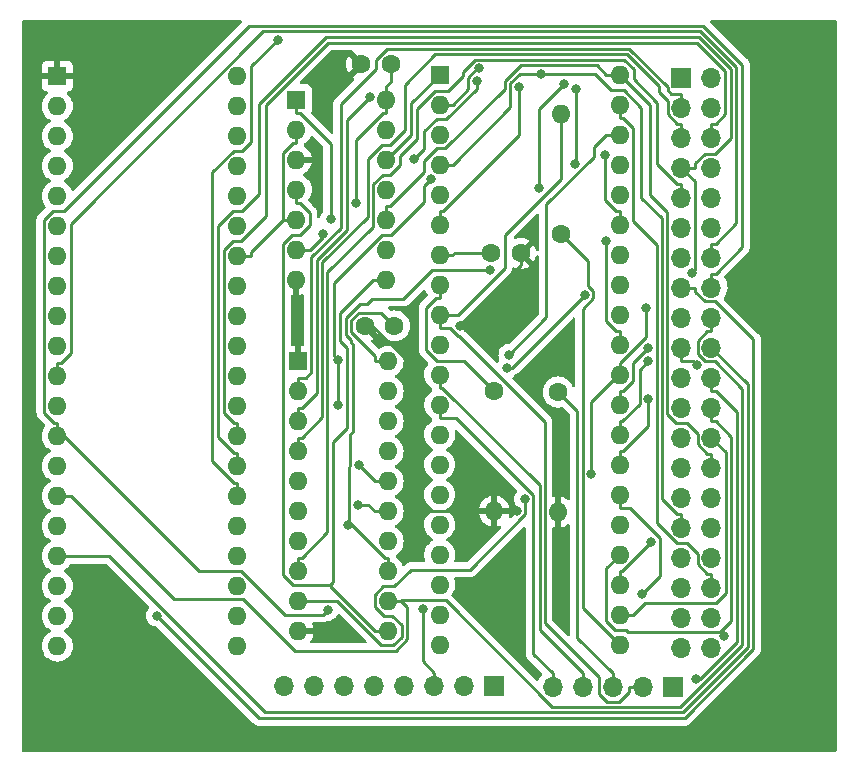
<source format=gbl>
G04 #@! TF.GenerationSoftware,KiCad,Pcbnew,(6.0.4-0)*
G04 #@! TF.CreationDate,2022-12-18T15:52:34+09:00*
G04 #@! TF.ProjectId,MC6803EP-SBC6809E,4d433638-3033-4455-902d-534243363830,rev?*
G04 #@! TF.SameCoordinates,Original*
G04 #@! TF.FileFunction,Copper,L2,Bot*
G04 #@! TF.FilePolarity,Positive*
%FSLAX46Y46*%
G04 Gerber Fmt 4.6, Leading zero omitted, Abs format (unit mm)*
G04 Created by KiCad (PCBNEW (6.0.4-0)) date 2022-12-18 15:52:34*
%MOMM*%
%LPD*%
G01*
G04 APERTURE LIST*
G04 #@! TA.AperFunction,ComponentPad*
%ADD10R,1.600000X1.600000*%
G04 #@! TD*
G04 #@! TA.AperFunction,ComponentPad*
%ADD11O,1.600000X1.600000*%
G04 #@! TD*
G04 #@! TA.AperFunction,ComponentPad*
%ADD12R,1.700000X1.700000*%
G04 #@! TD*
G04 #@! TA.AperFunction,ComponentPad*
%ADD13O,1.700000X1.700000*%
G04 #@! TD*
G04 #@! TA.AperFunction,ComponentPad*
%ADD14C,1.600000*%
G04 #@! TD*
G04 #@! TA.AperFunction,ViaPad*
%ADD15C,0.800000*%
G04 #@! TD*
G04 #@! TA.AperFunction,Conductor*
%ADD16C,0.250000*%
G04 #@! TD*
G04 APERTURE END LIST*
D10*
X129900000Y-97400000D03*
D11*
X129900000Y-99940000D03*
X129900000Y-102480000D03*
X129900000Y-105020000D03*
X129900000Y-107560000D03*
X129900000Y-110100000D03*
X129900000Y-112640000D03*
X129900000Y-115180000D03*
X129900000Y-117720000D03*
X129900000Y-120260000D03*
X137520000Y-120260000D03*
X137520000Y-117720000D03*
X137520000Y-115180000D03*
X137520000Y-112640000D03*
X137520000Y-110100000D03*
X137520000Y-107560000D03*
X137520000Y-105020000D03*
X137520000Y-102480000D03*
X137520000Y-99940000D03*
X137520000Y-97400000D03*
D10*
X141875000Y-73125000D03*
D11*
X141875000Y-75665000D03*
X141875000Y-78205000D03*
X141875000Y-80745000D03*
X141875000Y-83285000D03*
X141875000Y-85825000D03*
X141875000Y-88365000D03*
X141875000Y-90905000D03*
X141875000Y-93445000D03*
X141875000Y-95985000D03*
X141875000Y-98525000D03*
X141875000Y-101065000D03*
X141875000Y-103605000D03*
X141875000Y-106145000D03*
X141875000Y-108685000D03*
X141875000Y-111225000D03*
X141875000Y-113765000D03*
X141875000Y-116305000D03*
X141875000Y-118845000D03*
X141875000Y-121385000D03*
X157115000Y-121385000D03*
X157115000Y-118845000D03*
X157115000Y-116305000D03*
X157115000Y-113765000D03*
X157115000Y-111225000D03*
X157115000Y-108685000D03*
X157115000Y-106145000D03*
X157115000Y-103605000D03*
X157115000Y-101065000D03*
X157115000Y-98525000D03*
X157115000Y-95985000D03*
X157115000Y-93445000D03*
X157115000Y-90905000D03*
X157115000Y-88365000D03*
X157115000Y-85825000D03*
X157115000Y-83285000D03*
X157115000Y-80745000D03*
X157115000Y-78205000D03*
X157115000Y-75665000D03*
X157115000Y-73125000D03*
D10*
X129750000Y-75250000D03*
D11*
X129750000Y-77790000D03*
X129750000Y-80330000D03*
X129750000Y-82870000D03*
X129750000Y-85410000D03*
X129750000Y-87950000D03*
X129750000Y-90490000D03*
X137370000Y-90490000D03*
X137370000Y-87950000D03*
X137370000Y-85410000D03*
X137370000Y-82870000D03*
X137370000Y-80330000D03*
X137370000Y-77790000D03*
X137370000Y-75250000D03*
D10*
X109500000Y-73250000D03*
D11*
X109500000Y-75790000D03*
X109500000Y-78330000D03*
X109500000Y-80870000D03*
X109500000Y-83410000D03*
X109500000Y-85950000D03*
X109500000Y-88490000D03*
X109500000Y-91030000D03*
X109500000Y-93570000D03*
X109500000Y-96110000D03*
X109500000Y-98650000D03*
X109500000Y-101190000D03*
X109500000Y-103730000D03*
X109500000Y-106270000D03*
X109500000Y-108810000D03*
X109500000Y-111350000D03*
X109500000Y-113890000D03*
X109500000Y-116430000D03*
X109500000Y-118970000D03*
X109500000Y-121510000D03*
X124740000Y-121510000D03*
X124740000Y-118970000D03*
X124740000Y-116430000D03*
X124740000Y-113890000D03*
X124740000Y-111350000D03*
X124740000Y-108810000D03*
X124740000Y-106270000D03*
X124740000Y-103730000D03*
X124740000Y-101190000D03*
X124740000Y-98650000D03*
X124740000Y-96110000D03*
X124740000Y-93570000D03*
X124740000Y-91030000D03*
X124740000Y-88490000D03*
X124740000Y-85950000D03*
X124740000Y-83410000D03*
X124740000Y-80870000D03*
X124740000Y-78330000D03*
X124740000Y-75790000D03*
X124740000Y-73250000D03*
D12*
X146475000Y-124925000D03*
D13*
X143935000Y-124925000D03*
X141395000Y-124925000D03*
X138855000Y-124925000D03*
X136315000Y-124925000D03*
X133775000Y-124925000D03*
X131235000Y-124925000D03*
X128695000Y-124925000D03*
D14*
X146250000Y-88250000D03*
X148750000Y-88250000D03*
X138050000Y-94400000D03*
X135550000Y-94400000D03*
X137750000Y-72250000D03*
X135250000Y-72250000D03*
D12*
X162350000Y-73375000D03*
D13*
X164890000Y-73375000D03*
X162350000Y-75915000D03*
X164890000Y-75915000D03*
X162350000Y-78455000D03*
X164890000Y-78455000D03*
X162350000Y-80995000D03*
X164890000Y-80995000D03*
X162350000Y-83535000D03*
X164890000Y-83535000D03*
X162350000Y-86075000D03*
X164890000Y-86075000D03*
X162350000Y-88615000D03*
X164890000Y-88615000D03*
X162350000Y-91155000D03*
X164890000Y-91155000D03*
X162350000Y-93695000D03*
X164890000Y-93695000D03*
X162350000Y-96235000D03*
X164890000Y-96235000D03*
X162350000Y-98775000D03*
X164890000Y-98775000D03*
X162350000Y-101315000D03*
X164890000Y-101315000D03*
X162350000Y-103855000D03*
X164890000Y-103855000D03*
X162350000Y-106395000D03*
X164890000Y-106395000D03*
X162350000Y-108935000D03*
X164890000Y-108935000D03*
X162350000Y-111475000D03*
X164890000Y-111475000D03*
X162350000Y-114015000D03*
X164890000Y-114015000D03*
X162350000Y-116555000D03*
X164890000Y-116555000D03*
X162350000Y-119095000D03*
X164890000Y-119095000D03*
X162350000Y-121635000D03*
X164890000Y-121635000D03*
D14*
X151910000Y-100000000D03*
D11*
X151910000Y-110160000D03*
D14*
X152150000Y-86580000D03*
D11*
X152150000Y-76420000D03*
D14*
X146500000Y-99920000D03*
D11*
X146500000Y-110080000D03*
D12*
X161600000Y-125000000D03*
D13*
X159060000Y-125000000D03*
X156520000Y-125000000D03*
X153980000Y-125000000D03*
X151440000Y-125000000D03*
D15*
X172500000Y-70500000D03*
X171000000Y-128500000D03*
X108000000Y-128500000D03*
X147500000Y-118000000D03*
X109000000Y-70000000D03*
X140456200Y-118372800D03*
X131980200Y-86629700D03*
X132648700Y-85387900D03*
X145168300Y-72585100D03*
X148586600Y-74216900D03*
X147766400Y-96837600D03*
X135940300Y-75051900D03*
X153382700Y-74347500D03*
X153319700Y-80685700D03*
X155843600Y-79935400D03*
X152376300Y-73936000D03*
X150314700Y-82733800D03*
X163211400Y-89885000D03*
X128168800Y-70173000D03*
X155984700Y-87201700D03*
X154717600Y-106911700D03*
X149076800Y-109056000D03*
X159363400Y-92866100D03*
X159790500Y-112694500D03*
X165985100Y-120669600D03*
X163553200Y-124297500D03*
X159042200Y-117065300D03*
X159531800Y-100629000D03*
X159530900Y-97410300D03*
X159510500Y-96235000D03*
X163653500Y-97752400D03*
X146121900Y-89711900D03*
X134121800Y-111282700D03*
X132386000Y-118463700D03*
X117917500Y-118932500D03*
X134957200Y-109533400D03*
X135050800Y-106216100D03*
X154175300Y-91778100D03*
X147599500Y-97928600D03*
X133289400Y-97260300D03*
X133289400Y-101106400D03*
X141146200Y-82000200D03*
X139684500Y-80290900D03*
X145004200Y-73686000D03*
X150435600Y-73035400D03*
X139421000Y-109799700D03*
X143602800Y-94427300D03*
X148399000Y-110051800D03*
X134791800Y-84029200D03*
D16*
X151440000Y-125000000D02*
X151440000Y-123824700D01*
X141875000Y-101065000D02*
X141875000Y-102190300D01*
X143236900Y-102190300D02*
X141875000Y-102190300D01*
X149802100Y-108755500D02*
X143236900Y-102190300D01*
X149802100Y-122186800D02*
X149802100Y-108755500D01*
X151440000Y-123824700D02*
X149802100Y-122186800D01*
X153980000Y-125000000D02*
X153980000Y-123824700D01*
X141875000Y-98525000D02*
X141875000Y-99650300D01*
X150334300Y-120179000D02*
X153980000Y-123824700D01*
X150334300Y-107905100D02*
X150334300Y-120179000D01*
X142079500Y-99650300D02*
X150334300Y-107905100D01*
X141875000Y-99650300D02*
X142079500Y-99650300D01*
X156520000Y-125000000D02*
X156520000Y-123824700D01*
X153542000Y-120846700D02*
X156520000Y-123824700D01*
X153542000Y-101632000D02*
X153542000Y-120846700D01*
X151910000Y-100000000D02*
X153542000Y-101632000D01*
X143429900Y-93445000D02*
X141875000Y-93445000D01*
X147380900Y-89494000D02*
X143429900Y-93445000D01*
X147380900Y-86731300D02*
X147380900Y-89494000D01*
X152150000Y-81962200D02*
X147380900Y-86731300D01*
X152150000Y-77545300D02*
X152150000Y-81962200D01*
X152150000Y-76420000D02*
X152150000Y-77545300D01*
X142716200Y-94570300D02*
X141875000Y-94570300D01*
X143433000Y-95287100D02*
X142716200Y-94570300D01*
X143528000Y-95287100D02*
X143433000Y-95287100D01*
X150784700Y-102543800D02*
X143528000Y-95287100D01*
X150784700Y-119584700D02*
X150784700Y-102543800D01*
X155344600Y-124144600D02*
X150784700Y-119584700D01*
X155344600Y-125543800D02*
X155344600Y-124144600D01*
X156016800Y-126216000D02*
X155344600Y-125543800D01*
X157036000Y-126216000D02*
X156016800Y-126216000D01*
X157884700Y-125367300D02*
X157036000Y-126216000D01*
X157884700Y-125000000D02*
X157884700Y-125367300D01*
X159060000Y-125000000D02*
X157884700Y-125000000D01*
X141875000Y-93445000D02*
X141875000Y-94570300D01*
X141875000Y-90905000D02*
X141875000Y-92030300D01*
X143929000Y-97349000D02*
X146500000Y-99920000D01*
X141647100Y-97349000D02*
X143929000Y-97349000D01*
X140749700Y-96451600D02*
X141647100Y-97349000D01*
X140749700Y-92874200D02*
X140749700Y-96451600D01*
X141593600Y-92030300D02*
X140749700Y-92874200D01*
X141875000Y-92030300D02*
X141593600Y-92030300D01*
X141395000Y-124925000D02*
X141395000Y-123749700D01*
X140456200Y-122810900D02*
X140456200Y-118372800D01*
X141395000Y-123749700D02*
X140456200Y-122810900D01*
X164890000Y-106395000D02*
X164890000Y-105219700D01*
X137370000Y-85410000D02*
X137370000Y-84284700D01*
X157115000Y-73125000D02*
X155989700Y-73125000D01*
X129750000Y-87950000D02*
X130875300Y-87950000D01*
X131980200Y-86845100D02*
X131980200Y-86629700D01*
X130875300Y-87950000D02*
X131980200Y-86845100D01*
X155174700Y-72310000D02*
X155989700Y-73125000D01*
X148791300Y-72310000D02*
X155174700Y-72310000D01*
X147411000Y-73690300D02*
X148791300Y-72310000D01*
X147411000Y-74321800D02*
X147411000Y-73690300D01*
X142363400Y-79369400D02*
X147411000Y-74321800D01*
X141634900Y-79369400D02*
X142363400Y-79369400D01*
X140523300Y-80481000D02*
X141634900Y-79369400D01*
X140523300Y-81412800D02*
X140523300Y-80481000D01*
X137651400Y-84284700D02*
X140523300Y-81412800D01*
X137370000Y-84284700D02*
X137651400Y-84284700D01*
X164522600Y-105219700D02*
X164890000Y-105219700D01*
X163714700Y-104411800D02*
X164522600Y-105219700D01*
X163714700Y-103518700D02*
X163714700Y-104411800D01*
X162781000Y-102585000D02*
X163714700Y-103518700D01*
X161877400Y-102585000D02*
X162781000Y-102585000D01*
X161160600Y-101868200D02*
X161877400Y-102585000D01*
X161160600Y-84794700D02*
X161160600Y-101868200D01*
X159724300Y-83358400D02*
X161160600Y-84794700D01*
X159724300Y-75734300D02*
X159724300Y-83358400D01*
X157115000Y-73125000D02*
X159724300Y-75734300D01*
X129750000Y-82870000D02*
X129750000Y-83995300D01*
X137520000Y-120260000D02*
X136394700Y-120260000D01*
X157396400Y-76790300D02*
X157115000Y-76790300D01*
X158240300Y-77634200D02*
X157396400Y-76790300D01*
X158240300Y-85511100D02*
X158240300Y-77634200D01*
X160259900Y-87530700D02*
X158240300Y-85511100D01*
X160259900Y-111050500D02*
X160259900Y-87530700D01*
X161954400Y-112745000D02*
X160259900Y-111050500D01*
X162781000Y-112745000D02*
X161954400Y-112745000D01*
X163714700Y-113678700D02*
X162781000Y-112745000D01*
X163714700Y-114571800D02*
X163714700Y-113678700D01*
X164522600Y-115379700D02*
X163714700Y-114571800D01*
X164890000Y-115379700D02*
X164522600Y-115379700D01*
X164890000Y-116555000D02*
X164890000Y-115379700D01*
X157115000Y-75665000D02*
X157115000Y-76790300D01*
X129496400Y-116379200D02*
X132584700Y-116379200D01*
X128623900Y-115506700D02*
X129496400Y-116379200D01*
X128623900Y-87458100D02*
X128623900Y-115506700D01*
X129402000Y-86680000D02*
X128623900Y-87458100D01*
X130077700Y-86680000D02*
X129402000Y-86680000D01*
X130875400Y-85882300D02*
X130077700Y-86680000D01*
X130875400Y-84857000D02*
X130875400Y-85882300D01*
X130013700Y-83995300D02*
X130875400Y-84857000D01*
X129750000Y-83995300D02*
X130013700Y-83995300D01*
X132584700Y-116450000D02*
X132584700Y-116379200D01*
X136394700Y-120260000D02*
X132584700Y-116450000D01*
X133458200Y-93276500D02*
X136244700Y-90490000D01*
X133458200Y-95654500D02*
X133458200Y-93276500D01*
X134057300Y-96253600D02*
X133458200Y-95654500D01*
X134057300Y-103047200D02*
X134057300Y-96253600D01*
X132885300Y-104219200D02*
X134057300Y-103047200D01*
X132885300Y-116078600D02*
X132885300Y-104219200D01*
X132584700Y-116379200D02*
X132885300Y-116078600D01*
X137370000Y-90490000D02*
X136244700Y-90490000D01*
X129750000Y-75250000D02*
X129750000Y-76375300D01*
X132648700Y-78992700D02*
X132648700Y-85387900D01*
X130031300Y-76375300D02*
X132648700Y-78992700D01*
X129750000Y-76375300D02*
X130031300Y-76375300D01*
X141875000Y-75665000D02*
X143000300Y-75665000D01*
X144278900Y-74386400D02*
X143000300Y-75665000D01*
X144278900Y-73385600D02*
X144278900Y-74386400D01*
X145079400Y-72585100D02*
X144278900Y-73385600D01*
X145168300Y-72585100D02*
X145079400Y-72585100D01*
X141875000Y-85825000D02*
X141875000Y-84699700D01*
X148586600Y-78269400D02*
X148586600Y-74216900D01*
X142156300Y-84699700D02*
X148586600Y-78269400D01*
X141875000Y-84699700D02*
X142156300Y-84699700D01*
X129750000Y-85410000D02*
X128624700Y-85410000D01*
X124740000Y-88490000D02*
X125865300Y-88490000D01*
X129750000Y-77790000D02*
X129750000Y-78915300D01*
X128624700Y-79759300D02*
X128624700Y-85410000D01*
X129468700Y-78915300D02*
X128624700Y-79759300D01*
X129750000Y-78915300D02*
X129468700Y-78915300D01*
X125865300Y-88169400D02*
X125865300Y-88490000D01*
X128624700Y-85410000D02*
X125865300Y-88169400D01*
X154962100Y-79232600D02*
X155989700Y-78205000D01*
X154962100Y-80069100D02*
X154962100Y-79232600D01*
X150921200Y-84110000D02*
X154962100Y-80069100D01*
X150921200Y-93682800D02*
X150921200Y-84110000D01*
X147766400Y-96837600D02*
X150921200Y-93682800D01*
X157115000Y-78205000D02*
X155989700Y-78205000D01*
X130545400Y-98814700D02*
X129900000Y-98814700D01*
X131025300Y-98334800D02*
X130545400Y-98814700D01*
X131025300Y-88610500D02*
X131025300Y-98334800D01*
X133488600Y-86147200D02*
X131025300Y-88610500D01*
X133488600Y-75625000D02*
X133488600Y-86147200D01*
X136500000Y-72613600D02*
X133488600Y-75625000D01*
X136500000Y-71859100D02*
X136500000Y-72613600D01*
X137431700Y-70927400D02*
X136500000Y-71859100D01*
X157923900Y-70927400D02*
X137431700Y-70927400D01*
X161174700Y-74178200D02*
X157923900Y-70927400D01*
X161174700Y-74459000D02*
X161174700Y-74178200D01*
X161455400Y-74739700D02*
X161174700Y-74459000D01*
X162350000Y-74739700D02*
X161455400Y-74739700D01*
X162350000Y-75915000D02*
X162350000Y-74739700D01*
X129900000Y-99940000D02*
X129900000Y-98814700D01*
X129900000Y-102480000D02*
X129900000Y-101354700D01*
X153382700Y-80622700D02*
X153319700Y-80685700D01*
X153382700Y-74347500D02*
X153382700Y-80622700D01*
X134053500Y-76938700D02*
X135940300Y-75051900D01*
X134053500Y-86261200D02*
X134053500Y-76938700D01*
X131475600Y-88839100D02*
X134053500Y-86261200D01*
X131475600Y-100060500D02*
X131475600Y-88839100D01*
X130181400Y-101354700D02*
X131475600Y-100060500D01*
X129900000Y-101354700D02*
X130181400Y-101354700D01*
X156833700Y-84699700D02*
X157115000Y-84699700D01*
X155843600Y-83709600D02*
X156833700Y-84699700D01*
X155843600Y-79935400D02*
X155843600Y-83709600D01*
X157115000Y-85825000D02*
X157115000Y-84699700D01*
X162350000Y-78455000D02*
X162350000Y-77279700D01*
X129900000Y-105020000D02*
X129900000Y-103894700D01*
X161982600Y-77279700D02*
X162350000Y-77279700D01*
X161174700Y-76471800D02*
X161982600Y-77279700D01*
X161174700Y-75376600D02*
X161174700Y-76471800D01*
X160420500Y-74622400D02*
X161174700Y-75376600D01*
X160420500Y-74071400D02*
X160420500Y-74622400D01*
X157730300Y-71381200D02*
X160420500Y-74071400D01*
X141510300Y-71381200D02*
X157730300Y-71381200D01*
X138926100Y-73965400D02*
X141510300Y-71381200D01*
X138926100Y-77827000D02*
X138926100Y-73965400D01*
X137693100Y-79060000D02*
X138926100Y-77827000D01*
X136968800Y-79060000D02*
X137693100Y-79060000D01*
X135784500Y-80244300D02*
X136968800Y-79060000D01*
X135784500Y-85167100D02*
X135784500Y-80244300D01*
X131925900Y-89025700D02*
X135784500Y-85167100D01*
X131925900Y-102150100D02*
X131925900Y-89025700D01*
X130181300Y-103894700D02*
X131925900Y-102150100D01*
X129900000Y-103894700D02*
X130181300Y-103894700D01*
X164890000Y-78455000D02*
X164890000Y-77279700D01*
X124740000Y-103730000D02*
X124740000Y-102604700D01*
X150314700Y-75997600D02*
X152376300Y-73936000D01*
X150314700Y-82733800D02*
X150314700Y-75997600D01*
X165257300Y-77279700D02*
X164890000Y-77279700D01*
X166065800Y-76471200D02*
X165257300Y-77279700D01*
X166065800Y-72856700D02*
X166065800Y-76471200D01*
X163623800Y-70414700D02*
X166065800Y-72856700D01*
X132454900Y-70414700D02*
X163623800Y-70414700D01*
X127179200Y-75690400D02*
X132454900Y-70414700D01*
X127179200Y-85109900D02*
X127179200Y-75690400D01*
X125069100Y-87220000D02*
X127179200Y-85109900D01*
X124341800Y-87220000D02*
X125069100Y-87220000D01*
X123614700Y-87947100D02*
X124341800Y-87220000D01*
X123614700Y-101760800D02*
X123614700Y-87947100D01*
X124458600Y-102604700D02*
X123614700Y-101760800D01*
X124740000Y-102604700D02*
X124458600Y-102604700D01*
X163525300Y-89571100D02*
X163211400Y-89885000D01*
X163525300Y-82170300D02*
X163525300Y-89571100D01*
X162350000Y-80995000D02*
X163525300Y-82170300D01*
X124740000Y-106270000D02*
X124740000Y-105144700D01*
X162350000Y-80995000D02*
X163525300Y-80995000D01*
X163525300Y-80627600D02*
X163525300Y-80995000D01*
X164333200Y-79819700D02*
X163525300Y-80627600D01*
X165190400Y-79819700D02*
X164333200Y-79819700D01*
X166516200Y-78493900D02*
X165190400Y-79819700D01*
X166516200Y-72649200D02*
X166516200Y-78493900D01*
X163829500Y-69962500D02*
X166516200Y-72649200D01*
X132258800Y-69962500D02*
X163829500Y-69962500D01*
X126588100Y-75633200D02*
X132258800Y-69962500D01*
X126588100Y-83224100D02*
X126588100Y-75633200D01*
X125132200Y-84680000D02*
X126588100Y-83224100D01*
X124399000Y-84680000D02*
X125132200Y-84680000D01*
X123117700Y-85961300D02*
X124399000Y-84680000D01*
X123117700Y-103803700D02*
X123117700Y-85961300D01*
X124458700Y-105144700D02*
X123117700Y-103803700D01*
X124740000Y-105144700D02*
X124458700Y-105144700D01*
X125912700Y-72429100D02*
X128168800Y-70173000D01*
X125912700Y-78825400D02*
X125912700Y-72429100D01*
X125182700Y-79555400D02*
X125912700Y-78825400D01*
X124439700Y-79555400D02*
X125182700Y-79555400D01*
X122631800Y-81363300D02*
X124439700Y-79555400D01*
X122631800Y-105857800D02*
X122631800Y-81363300D01*
X124458700Y-107684700D02*
X122631800Y-105857800D01*
X124740000Y-107684700D02*
X124458700Y-107684700D01*
X124740000Y-108810000D02*
X124740000Y-107684700D01*
X162350000Y-83535000D02*
X162350000Y-82359700D01*
X129900000Y-115180000D02*
X129900000Y-114054700D01*
X157115000Y-95985000D02*
X157115000Y-94859700D01*
X155984700Y-94010700D02*
X155984700Y-87201700D01*
X156833700Y-94859700D02*
X155984700Y-94010700D01*
X157115000Y-94859700D02*
X156833700Y-94859700D01*
X161982700Y-82359700D02*
X162350000Y-82359700D01*
X160312600Y-80689600D02*
X161982700Y-82359700D01*
X160312600Y-75537300D02*
X160312600Y-80689600D01*
X158316400Y-73541100D02*
X160312600Y-75537300D01*
X158316400Y-72660200D02*
X158316400Y-73541100D01*
X157515800Y-71859600D02*
X158316400Y-72660200D01*
X144855100Y-71859600D02*
X157515800Y-71859600D01*
X143828600Y-72886100D02*
X144855100Y-71859600D01*
X143828600Y-73251800D02*
X143828600Y-72886100D01*
X142594000Y-74486400D02*
X143828600Y-73251800D01*
X141456200Y-74486400D02*
X142594000Y-74486400D01*
X139938800Y-76003800D02*
X141456200Y-74486400D01*
X139938800Y-78605100D02*
X139938800Y-76003800D01*
X138528300Y-80015600D02*
X139938800Y-78605100D01*
X138528300Y-80780000D02*
X138528300Y-80015600D01*
X137708300Y-81600000D02*
X138528300Y-80780000D01*
X137048200Y-81600000D02*
X137708300Y-81600000D01*
X136234900Y-82413300D02*
X137048200Y-81600000D01*
X136234900Y-85990500D02*
X136234900Y-82413300D01*
X132376200Y-89849200D02*
X136234900Y-85990500D01*
X132376200Y-111859800D02*
X132376200Y-89849200D01*
X130181300Y-114054700D02*
X132376200Y-111859800D01*
X129900000Y-114054700D02*
X130181300Y-114054700D01*
X157115000Y-98525000D02*
X157115000Y-98410400D01*
X154717600Y-100807800D02*
X154717600Y-106911700D01*
X157115000Y-98410400D02*
X154717600Y-100807800D01*
X133217800Y-117720000D02*
X129900000Y-117720000D01*
X136927500Y-121429700D02*
X133217800Y-117720000D01*
X137954100Y-121429700D02*
X136927500Y-121429700D01*
X138645900Y-120737900D02*
X137954100Y-121429700D01*
X138645900Y-119756200D02*
X138645900Y-120737900D01*
X137879700Y-118990000D02*
X138645900Y-119756200D01*
X137192500Y-118990000D02*
X137879700Y-118990000D01*
X136394600Y-118192100D02*
X137192500Y-118990000D01*
X136394600Y-117174300D02*
X136394600Y-118192100D01*
X137118900Y-116450000D02*
X136394600Y-117174300D01*
X138050200Y-116450000D02*
X137118900Y-116450000D01*
X139465200Y-115035000D02*
X138050200Y-116450000D01*
X144450000Y-115035000D02*
X139465200Y-115035000D01*
X149128100Y-110356900D02*
X144450000Y-115035000D01*
X149128100Y-109107300D02*
X149128100Y-110356900D01*
X149076800Y-109056000D02*
X149128100Y-109107300D01*
X157115000Y-97576600D02*
X157115000Y-98410400D01*
X159363400Y-95328200D02*
X157115000Y-97576600D01*
X159363400Y-92866100D02*
X159363400Y-95328200D01*
X159260300Y-117825000D02*
X158240300Y-118845000D01*
X165286200Y-117825000D02*
X159260300Y-117825000D01*
X166077900Y-117033300D02*
X165286200Y-117825000D01*
X166077900Y-105042900D02*
X166077900Y-117033300D01*
X164890000Y-103855000D02*
X166077900Y-105042900D01*
X157115000Y-118845000D02*
X158240300Y-118845000D01*
X157305300Y-115179700D02*
X159790500Y-112694500D01*
X157115000Y-115179700D02*
X157305300Y-115179700D01*
X157115000Y-116305000D02*
X157115000Y-115179700D01*
X164890000Y-101315000D02*
X164890000Y-102490300D01*
X157842500Y-120312300D02*
X165627800Y-120312300D01*
X157645200Y-120115000D02*
X157842500Y-120312300D01*
X156713900Y-120115000D02*
X157645200Y-120115000D01*
X155972800Y-119373900D02*
X156713900Y-120115000D01*
X155972800Y-114907200D02*
X155972800Y-119373900D01*
X157115000Y-113765000D02*
X155972800Y-114907200D01*
X166581100Y-119359000D02*
X165627800Y-120312300D01*
X166581100Y-103814100D02*
X166581100Y-119359000D01*
X165257300Y-102490300D02*
X166581100Y-103814100D01*
X164890000Y-102490300D02*
X165257300Y-102490300D01*
X165627800Y-120312300D02*
X165985100Y-120669600D01*
X164890000Y-98775000D02*
X164890000Y-99950300D01*
X160522000Y-115585500D02*
X159042200Y-117065300D01*
X160522000Y-112373300D02*
X160522000Y-115585500D01*
X157959000Y-109810300D02*
X160522000Y-112373300D01*
X157115000Y-109810300D02*
X157959000Y-109810300D01*
X157115000Y-108685000D02*
X157115000Y-109810300D01*
X163939100Y-124297500D02*
X163553200Y-124297500D01*
X167031500Y-121205100D02*
X163939100Y-124297500D01*
X167031500Y-101724500D02*
X167031500Y-121205100D01*
X165257300Y-99950300D02*
X167031500Y-101724500D01*
X164890000Y-99950300D02*
X165257300Y-99950300D01*
X157396300Y-105019700D02*
X157115000Y-105019700D01*
X159531800Y-102884200D02*
X157396300Y-105019700D01*
X159531800Y-100629000D02*
X159531800Y-102884200D01*
X157115000Y-106145000D02*
X157115000Y-105019700D01*
X157115000Y-103605000D02*
X157115000Y-102479700D01*
X109500000Y-113890000D02*
X110625300Y-113890000D01*
X113900800Y-113890000D02*
X110625300Y-113890000D01*
X127128700Y-127117900D02*
X113900800Y-113890000D01*
X162473500Y-127117900D02*
X127128700Y-127117900D01*
X167978100Y-121613300D02*
X162473500Y-127117900D01*
X167978100Y-99323100D02*
X167978100Y-121613300D01*
X164890000Y-96235000D02*
X167978100Y-99323100D01*
X157319300Y-102479700D02*
X157115000Y-102479700D01*
X158803700Y-100995300D02*
X157319300Y-102479700D01*
X158803700Y-98137500D02*
X158803700Y-100995300D01*
X159530900Y-97410300D02*
X158803700Y-98137500D01*
X157115000Y-101065000D02*
X157115000Y-99939700D01*
X158240300Y-97505200D02*
X159510500Y-96235000D01*
X158240300Y-99095800D02*
X158240300Y-97505200D01*
X157396400Y-99939700D02*
X158240300Y-99095800D01*
X157115000Y-99939700D02*
X157396400Y-99939700D01*
X163311400Y-97410300D02*
X163653500Y-97752400D01*
X162350000Y-97410300D02*
X163311400Y-97410300D01*
X162350000Y-96235000D02*
X162350000Y-97410300D01*
X164890000Y-93695000D02*
X164890000Y-94870300D01*
X137520000Y-117720000D02*
X138645300Y-117720000D01*
X109500000Y-108810000D02*
X110625300Y-108810000D01*
X139152000Y-118226700D02*
X138645300Y-117720000D01*
X139152000Y-120945500D02*
X139152000Y-118226700D01*
X138173100Y-121924400D02*
X139152000Y-120945500D01*
X129629700Y-121924400D02*
X138173100Y-121924400D01*
X125260700Y-117555400D02*
X129629700Y-121924400D01*
X119370700Y-117555400D02*
X125260700Y-117555400D01*
X110625300Y-108810000D02*
X119370700Y-117555400D01*
X138717800Y-117647500D02*
X138645300Y-117720000D01*
X142378900Y-117647500D02*
X138717800Y-117647500D01*
X151397700Y-126666300D02*
X142378900Y-117647500D01*
X162226000Y-126666300D02*
X151397700Y-126666300D01*
X167499000Y-121393300D02*
X162226000Y-126666300D01*
X167499000Y-99705800D02*
X167499000Y-121393300D01*
X165203600Y-97410400D02*
X167499000Y-99705800D01*
X164378900Y-97410400D02*
X165203600Y-97410400D01*
X163714600Y-96746100D02*
X164378900Y-97410400D01*
X163714600Y-95678400D02*
X163714600Y-96746100D01*
X164522700Y-94870300D02*
X163714600Y-95678400D01*
X164890000Y-94870300D02*
X164522700Y-94870300D01*
X137520000Y-115180000D02*
X137520000Y-114054700D01*
X137238700Y-114054700D02*
X137520000Y-114054700D01*
X134294300Y-111110200D02*
X137238700Y-114054700D01*
X134121800Y-111282700D02*
X134294300Y-111110200D01*
X141215900Y-89711900D02*
X146121900Y-89711900D01*
X138809500Y-92118300D02*
X141215900Y-89711900D01*
X136179200Y-92118300D02*
X138809500Y-92118300D01*
X135728900Y-92568600D02*
X136179200Y-92118300D01*
X135092100Y-92568600D02*
X135728900Y-92568600D01*
X133951700Y-93709000D02*
X135092100Y-92568600D01*
X133951700Y-95133100D02*
X133951700Y-93709000D01*
X134402000Y-95583400D02*
X133951700Y-95133100D01*
X134402000Y-95833400D02*
X134402000Y-95583400D01*
X134507600Y-95939000D02*
X134402000Y-95833400D01*
X134507600Y-103346300D02*
X134507600Y-95939000D01*
X134286700Y-103567200D02*
X134507600Y-103346300D01*
X134286700Y-106250400D02*
X134286700Y-103567200D01*
X134224800Y-106312300D02*
X134286700Y-106250400D01*
X134224800Y-111040800D02*
X134224800Y-106312300D01*
X134294300Y-111110200D02*
X134224800Y-111040800D01*
X109218600Y-102604700D02*
X109500000Y-102604700D01*
X108374700Y-101760800D02*
X109218600Y-102604700D01*
X108374700Y-85404200D02*
X108374700Y-101760800D01*
X109098900Y-84680000D02*
X108374700Y-85404200D01*
X110030200Y-84680000D02*
X109098900Y-84680000D01*
X125723700Y-68986500D02*
X110030200Y-84680000D01*
X164200400Y-68986500D02*
X125723700Y-68986500D01*
X167489500Y-72275600D02*
X164200400Y-68986500D01*
X167489500Y-87747500D02*
X167489500Y-72275600D01*
X165257300Y-89979700D02*
X167489500Y-87747500D01*
X164890000Y-89979700D02*
X165257300Y-89979700D01*
X164890000Y-91155000D02*
X164890000Y-89979700D01*
X109500000Y-103730000D02*
X109500000Y-103167300D01*
X109500000Y-103167300D02*
X109500000Y-102604700D01*
X132004300Y-118845400D02*
X132386000Y-118463700D01*
X128752200Y-118845400D02*
X132004300Y-118845400D01*
X125066800Y-115160000D02*
X128752200Y-118845400D01*
X121492700Y-115160000D02*
X125066800Y-115160000D01*
X109500000Y-103167300D02*
X121492700Y-115160000D01*
X126603500Y-127618500D02*
X117917500Y-118932500D01*
X162609800Y-127618500D02*
X126603500Y-127618500D01*
X168428500Y-121799800D02*
X162609800Y-127618500D01*
X168428500Y-95536900D02*
X168428500Y-121799800D01*
X165221900Y-92330300D02*
X168428500Y-95536900D01*
X164333200Y-92330300D02*
X165221900Y-92330300D01*
X163525300Y-91522400D02*
X164333200Y-92330300D01*
X163525300Y-91155000D02*
X163525300Y-91522400D01*
X162350000Y-91155000D02*
X163525300Y-91155000D01*
X135828100Y-109533400D02*
X136394700Y-110100000D01*
X134957200Y-109533400D02*
X135828100Y-109533400D01*
X137520000Y-110100000D02*
X136394700Y-110100000D01*
X137520000Y-107560000D02*
X136394700Y-107560000D01*
X136394700Y-107560000D02*
X135050800Y-106216100D01*
X109781400Y-97524700D02*
X109500000Y-97524700D01*
X110625300Y-96680800D02*
X109781400Y-97524700D01*
X110625300Y-85773100D02*
X110625300Y-96680800D01*
X126955900Y-69442500D02*
X110625300Y-85773100D01*
X163946400Y-69442500D02*
X126955900Y-69442500D01*
X166971900Y-72468000D02*
X163946400Y-69442500D01*
X166971900Y-85725100D02*
X166971900Y-72468000D01*
X165257300Y-87439700D02*
X166971900Y-85725100D01*
X164890000Y-87439700D02*
X165257300Y-87439700D01*
X164890000Y-88615000D02*
X164890000Y-87439700D01*
X109500000Y-98650000D02*
X109500000Y-97524700D01*
X148024800Y-97928600D02*
X147599500Y-97928600D01*
X154175300Y-91778100D02*
X148024800Y-97928600D01*
X133289400Y-97260300D02*
X133289400Y-101106400D01*
X132951700Y-96922600D02*
X133289400Y-97260300D01*
X132951700Y-90736100D02*
X132951700Y-96922600D01*
X137007800Y-86680000D02*
X132951700Y-90736100D01*
X137771200Y-86680000D02*
X137007800Y-86680000D01*
X140550900Y-83900300D02*
X137771200Y-86680000D01*
X140550900Y-82595500D02*
X140550900Y-83900300D01*
X141146200Y-82000200D02*
X140550900Y-82595500D01*
X145004200Y-74306700D02*
X145004200Y-73686000D01*
X142449800Y-76861100D02*
X145004200Y-74306700D01*
X141616400Y-76861100D02*
X142449800Y-76861100D01*
X140554700Y-77922800D02*
X141616400Y-76861100D01*
X140554700Y-79420700D02*
X140554700Y-77922800D01*
X139684500Y-80290900D02*
X140554700Y-79420700D01*
X162350000Y-111475000D02*
X162350000Y-110299700D01*
X141875000Y-80745000D02*
X143000300Y-80745000D01*
X147861300Y-75884000D02*
X143000300Y-80745000D01*
X147861300Y-73876900D02*
X147861300Y-75884000D01*
X148702800Y-73035400D02*
X147861300Y-73876900D01*
X150435600Y-73035400D02*
X148702800Y-73035400D01*
X161982600Y-110299700D02*
X162350000Y-110299700D01*
X160710300Y-109027400D02*
X161982600Y-110299700D01*
X160710300Y-85286400D02*
X160710300Y-109027400D01*
X158961700Y-83537800D02*
X160710300Y-85286400D01*
X158961700Y-75912900D02*
X158961700Y-83537800D01*
X157464800Y-74416000D02*
X158961700Y-75912900D01*
X156413000Y-74416000D02*
X157464800Y-74416000D01*
X155032400Y-73035400D02*
X156413000Y-74416000D01*
X150435600Y-73035400D02*
X155032400Y-73035400D01*
X139421000Y-97659700D02*
X139421000Y-109799700D01*
X136161300Y-94400000D02*
X139421000Y-97659700D01*
X135550000Y-94400000D02*
X136161300Y-94400000D01*
X139701300Y-110080000D02*
X146500000Y-110080000D01*
X139421000Y-109799700D02*
X139701300Y-110080000D01*
X148370800Y-110080000D02*
X148399000Y-110051800D01*
X146500000Y-110080000D02*
X148370800Y-110080000D01*
X148750000Y-89280100D02*
X143602800Y-94427300D01*
X148750000Y-88250000D02*
X148750000Y-89280100D01*
X129900000Y-91765300D02*
X129900000Y-97400000D01*
X129750000Y-91615300D02*
X129900000Y-91765300D01*
X129750000Y-90490000D02*
X129750000Y-91615300D01*
X139488500Y-75511500D02*
X141875000Y-73125000D01*
X139488500Y-78211500D02*
X139488500Y-75511500D01*
X137370000Y-80330000D02*
X139488500Y-78211500D01*
X137750000Y-73744700D02*
X137370000Y-74124700D01*
X137750000Y-72250000D02*
X137750000Y-73744700D01*
X137370000Y-75250000D02*
X137370000Y-74124700D01*
X137370000Y-75250000D02*
X137370000Y-76375300D01*
X137520000Y-97400000D02*
X136394700Y-97400000D01*
X143115300Y-88250000D02*
X143000300Y-88365000D01*
X146250000Y-88250000D02*
X143115300Y-88250000D01*
X141875000Y-88365000D02*
X143000300Y-88365000D01*
X134791800Y-78679600D02*
X134791800Y-84029200D01*
X137096100Y-76375300D02*
X134791800Y-78679600D01*
X137370000Y-76375300D02*
X137096100Y-76375300D01*
X153992300Y-118262300D02*
X157115000Y-121385000D01*
X153992300Y-92986900D02*
X153992300Y-118262300D01*
X154900600Y-92078600D02*
X153992300Y-92986900D01*
X154900600Y-91477600D02*
X154900600Y-92078600D01*
X154472500Y-91049500D02*
X154900600Y-91477600D01*
X154472400Y-91049500D02*
X154472500Y-91049500D01*
X154472400Y-88902400D02*
X154472400Y-91049500D01*
X152150000Y-86580000D02*
X154472400Y-88902400D01*
X136920100Y-93270100D02*
X138050000Y-94400000D01*
X135028400Y-93270100D02*
X136920100Y-93270100D01*
X134411600Y-93886900D02*
X135028400Y-93270100D01*
X134411600Y-94956100D02*
X134411600Y-93886900D01*
X136394700Y-96939200D02*
X134411600Y-94956100D01*
X136394700Y-97400000D02*
X136394700Y-96939200D01*
G04 #@! TA.AperFunction,Conductor*
G36*
X125069727Y-68528502D02*
G01*
X125116220Y-68582158D01*
X125126324Y-68652432D01*
X125096830Y-68717012D01*
X125090701Y-68723595D01*
X117994840Y-75819455D01*
X110899450Y-82914845D01*
X110837138Y-82948871D01*
X110766323Y-82943806D01*
X110709487Y-82901259D01*
X110696160Y-82878999D01*
X110639851Y-82758242D01*
X110639847Y-82758236D01*
X110637523Y-82753251D01*
X110559563Y-82641913D01*
X110509357Y-82570211D01*
X110509355Y-82570208D01*
X110506198Y-82565700D01*
X110344300Y-82403802D01*
X110339792Y-82400645D01*
X110339789Y-82400643D01*
X110206278Y-82307158D01*
X110156749Y-82272477D01*
X110151767Y-82270154D01*
X110151762Y-82270151D01*
X110117543Y-82254195D01*
X110064258Y-82207278D01*
X110044797Y-82139001D01*
X110065339Y-82071041D01*
X110117543Y-82025805D01*
X110151762Y-82009849D01*
X110151767Y-82009846D01*
X110156749Y-82007523D01*
X110322715Y-81891312D01*
X110339789Y-81879357D01*
X110339792Y-81879355D01*
X110344300Y-81876198D01*
X110506198Y-81714300D01*
X110521791Y-81692032D01*
X110612887Y-81561933D01*
X110637523Y-81526749D01*
X110639846Y-81521767D01*
X110639849Y-81521762D01*
X110731961Y-81324225D01*
X110731961Y-81324224D01*
X110734284Y-81319243D01*
X110735839Y-81313442D01*
X110792119Y-81103402D01*
X110792119Y-81103400D01*
X110793543Y-81098087D01*
X110813498Y-80870000D01*
X110793543Y-80641913D01*
X110792119Y-80636598D01*
X110735707Y-80426067D01*
X110735706Y-80426065D01*
X110734284Y-80420757D01*
X110714600Y-80378544D01*
X110639849Y-80218238D01*
X110639846Y-80218233D01*
X110637523Y-80213251D01*
X110506198Y-80025700D01*
X110344300Y-79863802D01*
X110339792Y-79860645D01*
X110339789Y-79860643D01*
X110225390Y-79780540D01*
X110156749Y-79732477D01*
X110151767Y-79730154D01*
X110151762Y-79730151D01*
X110117543Y-79714195D01*
X110064258Y-79667278D01*
X110044797Y-79599001D01*
X110065339Y-79531041D01*
X110117543Y-79485805D01*
X110151762Y-79469849D01*
X110151767Y-79469846D01*
X110156749Y-79467523D01*
X110297840Y-79368730D01*
X110339789Y-79339357D01*
X110339792Y-79339355D01*
X110344300Y-79336198D01*
X110506198Y-79174300D01*
X110527172Y-79144347D01*
X110588010Y-79057461D01*
X110637523Y-78986749D01*
X110639846Y-78981767D01*
X110639849Y-78981762D01*
X110731961Y-78784225D01*
X110731961Y-78784224D01*
X110734284Y-78779243D01*
X110742516Y-78748523D01*
X110792119Y-78563402D01*
X110792119Y-78563400D01*
X110793543Y-78558087D01*
X110813498Y-78330000D01*
X110793543Y-78101913D01*
X110784222Y-78067127D01*
X110735707Y-77886067D01*
X110735706Y-77886065D01*
X110734284Y-77880757D01*
X110705056Y-77818076D01*
X110639849Y-77678238D01*
X110639846Y-77678233D01*
X110637523Y-77673251D01*
X110556489Y-77557523D01*
X110509357Y-77490211D01*
X110509355Y-77490208D01*
X110506198Y-77485700D01*
X110344300Y-77323802D01*
X110339792Y-77320645D01*
X110339789Y-77320643D01*
X110243604Y-77253294D01*
X110156749Y-77192477D01*
X110151767Y-77190154D01*
X110151762Y-77190151D01*
X110117543Y-77174195D01*
X110064258Y-77127278D01*
X110044797Y-77059001D01*
X110065339Y-76991041D01*
X110117543Y-76945805D01*
X110151762Y-76929849D01*
X110151767Y-76929846D01*
X110156749Y-76927523D01*
X110267543Y-76849944D01*
X110339789Y-76799357D01*
X110339792Y-76799355D01*
X110344300Y-76796198D01*
X110506198Y-76634300D01*
X110516356Y-76619794D01*
X110597598Y-76503767D01*
X110637523Y-76446749D01*
X110639846Y-76441767D01*
X110639849Y-76441762D01*
X110731961Y-76244225D01*
X110731961Y-76244224D01*
X110734284Y-76239243D01*
X110750722Y-76177898D01*
X110792119Y-76023402D01*
X110792119Y-76023400D01*
X110793543Y-76018087D01*
X110813498Y-75790000D01*
X110793543Y-75561913D01*
X110791128Y-75552899D01*
X110735707Y-75346067D01*
X110735706Y-75346065D01*
X110734284Y-75340757D01*
X110704142Y-75276117D01*
X110639849Y-75138238D01*
X110639846Y-75138233D01*
X110637523Y-75133251D01*
X110531548Y-74981903D01*
X110509357Y-74950211D01*
X110509355Y-74950208D01*
X110506198Y-74945700D01*
X110344300Y-74783802D01*
X110339789Y-74780643D01*
X110335576Y-74777108D01*
X110336388Y-74776140D01*
X110295910Y-74725506D01*
X110288596Y-74654887D01*
X110320624Y-74591524D01*
X110381823Y-74555536D01*
X110398901Y-74552480D01*
X110402352Y-74552105D01*
X110417604Y-74548479D01*
X110538054Y-74503324D01*
X110553649Y-74494786D01*
X110655724Y-74418285D01*
X110668285Y-74405724D01*
X110744786Y-74303649D01*
X110753324Y-74288054D01*
X110798478Y-74167606D01*
X110802105Y-74152351D01*
X110807631Y-74101486D01*
X110808000Y-74094672D01*
X110808000Y-73522115D01*
X110803525Y-73506876D01*
X110802135Y-73505671D01*
X110794452Y-73504000D01*
X108210116Y-73504000D01*
X108194877Y-73508475D01*
X108193672Y-73509865D01*
X108192001Y-73517548D01*
X108192001Y-74094669D01*
X108192371Y-74101490D01*
X108197895Y-74152352D01*
X108201521Y-74167604D01*
X108246676Y-74288054D01*
X108255214Y-74303649D01*
X108331715Y-74405724D01*
X108344276Y-74418285D01*
X108446351Y-74494786D01*
X108461946Y-74503324D01*
X108582394Y-74548478D01*
X108597643Y-74552104D01*
X108601096Y-74552479D01*
X108603606Y-74553522D01*
X108605331Y-74553932D01*
X108605265Y-74554211D01*
X108666659Y-74579719D01*
X108707088Y-74638080D01*
X108709546Y-74709034D01*
X108673253Y-74770054D01*
X108661760Y-74779344D01*
X108660214Y-74780641D01*
X108655700Y-74783802D01*
X108493802Y-74945700D01*
X108490645Y-74950208D01*
X108490643Y-74950211D01*
X108468452Y-74981903D01*
X108362477Y-75133251D01*
X108360154Y-75138233D01*
X108360151Y-75138238D01*
X108295858Y-75276117D01*
X108265716Y-75340757D01*
X108264294Y-75346065D01*
X108264293Y-75346067D01*
X108208872Y-75552899D01*
X108206457Y-75561913D01*
X108186502Y-75790000D01*
X108206457Y-76018087D01*
X108207881Y-76023400D01*
X108207881Y-76023402D01*
X108249279Y-76177898D01*
X108265716Y-76239243D01*
X108268039Y-76244224D01*
X108268039Y-76244225D01*
X108360151Y-76441762D01*
X108360154Y-76441767D01*
X108362477Y-76446749D01*
X108402402Y-76503767D01*
X108483645Y-76619794D01*
X108493802Y-76634300D01*
X108655700Y-76796198D01*
X108660208Y-76799355D01*
X108660211Y-76799357D01*
X108732457Y-76849944D01*
X108843251Y-76927523D01*
X108848233Y-76929846D01*
X108848238Y-76929849D01*
X108882457Y-76945805D01*
X108935742Y-76992722D01*
X108955203Y-77060999D01*
X108934661Y-77128959D01*
X108882457Y-77174195D01*
X108848238Y-77190151D01*
X108848233Y-77190154D01*
X108843251Y-77192477D01*
X108756396Y-77253294D01*
X108660211Y-77320643D01*
X108660208Y-77320645D01*
X108655700Y-77323802D01*
X108493802Y-77485700D01*
X108490645Y-77490208D01*
X108490643Y-77490211D01*
X108443511Y-77557523D01*
X108362477Y-77673251D01*
X108360154Y-77678233D01*
X108360151Y-77678238D01*
X108294944Y-77818076D01*
X108265716Y-77880757D01*
X108264294Y-77886065D01*
X108264293Y-77886067D01*
X108215778Y-78067127D01*
X108206457Y-78101913D01*
X108186502Y-78330000D01*
X108206457Y-78558087D01*
X108207881Y-78563400D01*
X108207881Y-78563402D01*
X108257485Y-78748523D01*
X108265716Y-78779243D01*
X108268039Y-78784224D01*
X108268039Y-78784225D01*
X108360151Y-78981762D01*
X108360154Y-78981767D01*
X108362477Y-78986749D01*
X108411990Y-79057461D01*
X108472829Y-79144347D01*
X108493802Y-79174300D01*
X108655700Y-79336198D01*
X108660208Y-79339355D01*
X108660211Y-79339357D01*
X108702160Y-79368730D01*
X108843251Y-79467523D01*
X108848233Y-79469846D01*
X108848238Y-79469849D01*
X108882457Y-79485805D01*
X108935742Y-79532722D01*
X108955203Y-79600999D01*
X108934661Y-79668959D01*
X108882457Y-79714195D01*
X108848238Y-79730151D01*
X108848233Y-79730154D01*
X108843251Y-79732477D01*
X108774610Y-79780540D01*
X108660211Y-79860643D01*
X108660208Y-79860645D01*
X108655700Y-79863802D01*
X108493802Y-80025700D01*
X108362477Y-80213251D01*
X108360154Y-80218233D01*
X108360151Y-80218238D01*
X108285400Y-80378544D01*
X108265716Y-80420757D01*
X108264294Y-80426065D01*
X108264293Y-80426067D01*
X108207881Y-80636598D01*
X108206457Y-80641913D01*
X108186502Y-80870000D01*
X108206457Y-81098087D01*
X108207881Y-81103400D01*
X108207881Y-81103402D01*
X108264162Y-81313442D01*
X108265716Y-81319243D01*
X108268039Y-81324224D01*
X108268039Y-81324225D01*
X108360151Y-81521762D01*
X108360154Y-81521767D01*
X108362477Y-81526749D01*
X108387113Y-81561933D01*
X108478210Y-81692032D01*
X108493802Y-81714300D01*
X108655700Y-81876198D01*
X108660208Y-81879355D01*
X108660211Y-81879357D01*
X108677285Y-81891312D01*
X108843251Y-82007523D01*
X108848233Y-82009846D01*
X108848238Y-82009849D01*
X108882457Y-82025805D01*
X108935742Y-82072722D01*
X108955203Y-82140999D01*
X108934661Y-82208959D01*
X108882457Y-82254195D01*
X108848238Y-82270151D01*
X108848233Y-82270154D01*
X108843251Y-82272477D01*
X108793722Y-82307158D01*
X108660211Y-82400643D01*
X108660208Y-82400645D01*
X108655700Y-82403802D01*
X108493802Y-82565700D01*
X108490645Y-82570208D01*
X108490643Y-82570211D01*
X108440437Y-82641913D01*
X108362477Y-82753251D01*
X108360154Y-82758233D01*
X108360151Y-82758238D01*
X108287237Y-82914605D01*
X108265716Y-82960757D01*
X108264294Y-82966065D01*
X108264293Y-82966067D01*
X108219590Y-83132900D01*
X108206457Y-83181913D01*
X108186502Y-83410000D01*
X108206457Y-83638087D01*
X108207881Y-83643400D01*
X108207881Y-83643402D01*
X108261569Y-83843765D01*
X108265716Y-83859243D01*
X108268039Y-83864224D01*
X108268039Y-83864225D01*
X108360151Y-84061762D01*
X108360154Y-84061767D01*
X108362477Y-84066749D01*
X108488714Y-84247033D01*
X108511402Y-84314307D01*
X108494117Y-84383167D01*
X108474597Y-84408399D01*
X108225903Y-84657092D01*
X107982442Y-84900553D01*
X107974163Y-84908087D01*
X107967682Y-84912200D01*
X107944296Y-84937104D01*
X107921057Y-84961851D01*
X107918302Y-84964693D01*
X107898565Y-84984430D01*
X107896085Y-84987627D01*
X107888382Y-84996647D01*
X107858114Y-85028879D01*
X107854295Y-85035825D01*
X107854293Y-85035828D01*
X107848352Y-85046634D01*
X107837501Y-85063153D01*
X107825086Y-85079159D01*
X107821941Y-85086428D01*
X107821938Y-85086432D01*
X107807526Y-85119737D01*
X107802309Y-85130387D01*
X107781005Y-85169140D01*
X107779034Y-85176815D01*
X107779034Y-85176816D01*
X107775967Y-85188762D01*
X107769563Y-85207466D01*
X107761519Y-85226055D01*
X107760280Y-85233878D01*
X107760277Y-85233888D01*
X107754601Y-85269724D01*
X107752195Y-85281344D01*
X107743366Y-85315734D01*
X107741200Y-85324170D01*
X107741200Y-85344424D01*
X107739649Y-85364134D01*
X107736480Y-85384143D01*
X107737226Y-85392035D01*
X107740641Y-85428161D01*
X107741200Y-85440019D01*
X107741200Y-101682033D01*
X107740673Y-101693216D01*
X107738998Y-101700709D01*
X107739247Y-101708635D01*
X107739247Y-101708636D01*
X107741138Y-101768786D01*
X107741200Y-101772745D01*
X107741200Y-101800656D01*
X107741697Y-101804590D01*
X107741697Y-101804591D01*
X107741705Y-101804656D01*
X107742638Y-101816493D01*
X107744027Y-101860689D01*
X107749678Y-101880139D01*
X107753687Y-101899500D01*
X107756226Y-101919597D01*
X107759145Y-101926968D01*
X107759145Y-101926970D01*
X107772504Y-101960712D01*
X107776349Y-101971942D01*
X107780696Y-101986904D01*
X107788682Y-102014393D01*
X107792715Y-102021212D01*
X107792717Y-102021217D01*
X107798993Y-102031828D01*
X107807688Y-102049576D01*
X107815148Y-102068417D01*
X107819810Y-102074833D01*
X107819810Y-102074834D01*
X107841136Y-102104187D01*
X107847652Y-102114107D01*
X107863498Y-102140900D01*
X107870158Y-102152162D01*
X107884479Y-102166483D01*
X107897319Y-102181516D01*
X107909228Y-102197907D01*
X107915333Y-102202958D01*
X107915338Y-102202963D01*
X107943298Y-102226094D01*
X107952076Y-102234081D01*
X108248152Y-102530156D01*
X108464300Y-102746304D01*
X108498325Y-102808617D01*
X108493261Y-102879432D01*
X108478419Y-102907669D01*
X108362477Y-103073251D01*
X108360154Y-103078233D01*
X108360151Y-103078238D01*
X108268039Y-103275775D01*
X108265716Y-103280757D01*
X108264294Y-103286065D01*
X108264293Y-103286067D01*
X108224651Y-103434011D01*
X108206457Y-103501913D01*
X108186502Y-103730000D01*
X108206457Y-103958087D01*
X108207881Y-103963400D01*
X108207881Y-103963402D01*
X108227400Y-104036245D01*
X108265716Y-104179243D01*
X108268039Y-104184224D01*
X108268039Y-104184225D01*
X108360151Y-104381762D01*
X108360154Y-104381767D01*
X108362477Y-104386749D01*
X108365634Y-104391257D01*
X108487833Y-104565775D01*
X108493802Y-104574300D01*
X108655700Y-104736198D01*
X108660208Y-104739355D01*
X108660211Y-104739357D01*
X108690842Y-104760805D01*
X108843251Y-104867523D01*
X108848233Y-104869846D01*
X108848238Y-104869849D01*
X108882457Y-104885805D01*
X108935742Y-104932722D01*
X108955203Y-105000999D01*
X108934661Y-105068959D01*
X108882457Y-105114195D01*
X108848238Y-105130151D01*
X108848233Y-105130154D01*
X108843251Y-105132477D01*
X108766293Y-105186364D01*
X108660211Y-105260643D01*
X108660208Y-105260645D01*
X108655700Y-105263802D01*
X108493802Y-105425700D01*
X108362477Y-105613251D01*
X108360154Y-105618233D01*
X108360151Y-105618238D01*
X108285172Y-105779033D01*
X108265716Y-105820757D01*
X108264294Y-105826065D01*
X108264293Y-105826067D01*
X108231147Y-105949770D01*
X108206457Y-106041913D01*
X108186502Y-106270000D01*
X108206457Y-106498087D01*
X108207881Y-106503400D01*
X108207881Y-106503402D01*
X108249937Y-106660354D01*
X108265716Y-106719243D01*
X108268039Y-106724224D01*
X108268039Y-106724225D01*
X108360151Y-106921762D01*
X108360154Y-106921767D01*
X108362477Y-106926749D01*
X108365634Y-106931257D01*
X108487833Y-107105775D01*
X108493802Y-107114300D01*
X108655700Y-107276198D01*
X108660208Y-107279355D01*
X108660211Y-107279357D01*
X108673953Y-107288979D01*
X108843251Y-107407523D01*
X108848233Y-107409846D01*
X108848238Y-107409849D01*
X108882457Y-107425805D01*
X108935742Y-107472722D01*
X108955203Y-107540999D01*
X108934661Y-107608959D01*
X108882457Y-107654195D01*
X108848238Y-107670151D01*
X108848233Y-107670154D01*
X108843251Y-107672477D01*
X108799920Y-107702818D01*
X108660211Y-107800643D01*
X108660208Y-107800645D01*
X108655700Y-107803802D01*
X108493802Y-107965700D01*
X108362477Y-108153251D01*
X108360154Y-108158233D01*
X108360151Y-108158238D01*
X108279409Y-108331392D01*
X108265716Y-108360757D01*
X108264294Y-108366065D01*
X108264293Y-108366067D01*
X108221767Y-108524774D01*
X108206457Y-108581913D01*
X108186502Y-108810000D01*
X108206457Y-109038087D01*
X108207881Y-109043400D01*
X108207881Y-109043402D01*
X108260703Y-109240533D01*
X108265716Y-109259243D01*
X108268039Y-109264224D01*
X108268039Y-109264225D01*
X108360151Y-109461762D01*
X108360154Y-109461767D01*
X108362477Y-109466749D01*
X108365634Y-109471257D01*
X108487833Y-109645775D01*
X108493802Y-109654300D01*
X108655700Y-109816198D01*
X108660208Y-109819355D01*
X108660211Y-109819357D01*
X108727678Y-109866598D01*
X108843251Y-109947523D01*
X108848233Y-109949846D01*
X108848238Y-109949849D01*
X108882457Y-109965805D01*
X108935742Y-110012722D01*
X108955203Y-110080999D01*
X108934661Y-110148959D01*
X108882457Y-110194195D01*
X108848238Y-110210151D01*
X108848233Y-110210154D01*
X108843251Y-110212477D01*
X108750239Y-110277605D01*
X108660211Y-110340643D01*
X108660208Y-110340645D01*
X108655700Y-110343802D01*
X108493802Y-110505700D01*
X108490645Y-110510208D01*
X108490643Y-110510211D01*
X108435902Y-110588389D01*
X108362477Y-110693251D01*
X108360154Y-110698233D01*
X108360151Y-110698238D01*
X108293815Y-110840498D01*
X108265716Y-110900757D01*
X108264294Y-110906065D01*
X108264293Y-110906067D01*
X108211712Y-111102301D01*
X108206457Y-111121913D01*
X108186502Y-111350000D01*
X108206457Y-111578087D01*
X108207881Y-111583400D01*
X108207881Y-111583402D01*
X108211631Y-111597395D01*
X108265716Y-111799243D01*
X108268039Y-111804224D01*
X108268039Y-111804225D01*
X108360151Y-112001762D01*
X108360154Y-112001767D01*
X108362477Y-112006749D01*
X108412374Y-112078009D01*
X108487833Y-112185775D01*
X108493802Y-112194300D01*
X108655700Y-112356198D01*
X108660208Y-112359355D01*
X108660211Y-112359357D01*
X108690842Y-112380805D01*
X108843251Y-112487523D01*
X108848233Y-112489846D01*
X108848238Y-112489849D01*
X108882457Y-112505805D01*
X108935742Y-112552722D01*
X108955203Y-112620999D01*
X108934661Y-112688959D01*
X108882457Y-112734195D01*
X108848238Y-112750151D01*
X108848233Y-112750154D01*
X108843251Y-112752477D01*
X108828653Y-112762699D01*
X108660211Y-112880643D01*
X108660208Y-112880645D01*
X108655700Y-112883802D01*
X108493802Y-113045700D01*
X108490645Y-113050208D01*
X108490643Y-113050211D01*
X108480222Y-113065094D01*
X108362477Y-113233251D01*
X108360154Y-113238233D01*
X108360151Y-113238238D01*
X108278256Y-113413865D01*
X108265716Y-113440757D01*
X108264294Y-113446065D01*
X108264293Y-113446067D01*
X108222386Y-113602466D01*
X108206457Y-113661913D01*
X108186502Y-113890000D01*
X108206457Y-114118087D01*
X108207881Y-114123400D01*
X108207881Y-114123402D01*
X108253175Y-114292438D01*
X108265716Y-114339243D01*
X108268039Y-114344224D01*
X108268039Y-114344225D01*
X108360151Y-114541762D01*
X108360154Y-114541767D01*
X108362477Y-114546749D01*
X108434073Y-114648999D01*
X108487833Y-114725775D01*
X108493802Y-114734300D01*
X108655700Y-114896198D01*
X108660208Y-114899355D01*
X108660211Y-114899357D01*
X108695679Y-114924192D01*
X108843251Y-115027523D01*
X108848233Y-115029846D01*
X108848238Y-115029849D01*
X108882457Y-115045805D01*
X108935742Y-115092722D01*
X108955203Y-115160999D01*
X108934661Y-115228959D01*
X108882457Y-115274195D01*
X108848238Y-115290151D01*
X108848233Y-115290154D01*
X108843251Y-115292477D01*
X108766293Y-115346364D01*
X108660211Y-115420643D01*
X108660208Y-115420645D01*
X108655700Y-115423802D01*
X108493802Y-115585700D01*
X108490645Y-115590208D01*
X108490643Y-115590211D01*
X108456755Y-115638608D01*
X108362477Y-115773251D01*
X108360154Y-115778233D01*
X108360151Y-115778238D01*
X108275012Y-115960821D01*
X108265716Y-115980757D01*
X108264294Y-115986065D01*
X108264293Y-115986067D01*
X108208273Y-116195134D01*
X108206457Y-116201913D01*
X108186502Y-116430000D01*
X108206457Y-116658087D01*
X108207881Y-116663400D01*
X108207881Y-116663402D01*
X108259631Y-116856532D01*
X108265716Y-116879243D01*
X108268039Y-116884224D01*
X108268039Y-116884225D01*
X108360151Y-117081762D01*
X108360154Y-117081767D01*
X108362477Y-117086749D01*
X108408482Y-117152451D01*
X108487833Y-117265775D01*
X108493802Y-117274300D01*
X108655700Y-117436198D01*
X108660208Y-117439355D01*
X108660211Y-117439357D01*
X108690842Y-117460805D01*
X108843251Y-117567523D01*
X108848233Y-117569846D01*
X108848238Y-117569849D01*
X108882457Y-117585805D01*
X108935742Y-117632722D01*
X108955203Y-117700999D01*
X108934661Y-117768959D01*
X108882457Y-117814195D01*
X108848238Y-117830151D01*
X108848233Y-117830154D01*
X108843251Y-117832477D01*
X108828653Y-117842699D01*
X108660211Y-117960643D01*
X108660208Y-117960645D01*
X108655700Y-117963802D01*
X108493802Y-118125700D01*
X108490645Y-118130208D01*
X108490643Y-118130211D01*
X108472166Y-118156599D01*
X108362477Y-118313251D01*
X108360154Y-118318233D01*
X108360151Y-118318238D01*
X108277538Y-118495404D01*
X108265716Y-118520757D01*
X108264294Y-118526065D01*
X108264293Y-118526067D01*
X108207881Y-118736598D01*
X108206457Y-118741913D01*
X108186502Y-118970000D01*
X108206457Y-119198087D01*
X108207881Y-119203400D01*
X108207881Y-119203402D01*
X108261780Y-119404552D01*
X108265716Y-119419243D01*
X108268039Y-119424224D01*
X108268039Y-119424225D01*
X108360151Y-119621762D01*
X108360154Y-119621767D01*
X108362477Y-119626749D01*
X108398924Y-119678800D01*
X108485656Y-119802666D01*
X108493802Y-119814300D01*
X108655700Y-119976198D01*
X108660208Y-119979355D01*
X108660211Y-119979357D01*
X108714522Y-120017386D01*
X108843251Y-120107523D01*
X108848233Y-120109846D01*
X108848238Y-120109849D01*
X108882457Y-120125805D01*
X108935742Y-120172722D01*
X108955203Y-120240999D01*
X108934661Y-120308959D01*
X108882457Y-120354195D01*
X108848238Y-120370151D01*
X108848233Y-120370154D01*
X108843251Y-120372477D01*
X108828653Y-120382699D01*
X108660211Y-120500643D01*
X108660208Y-120500645D01*
X108655700Y-120503802D01*
X108493802Y-120665700D01*
X108362477Y-120853251D01*
X108360154Y-120858233D01*
X108360151Y-120858238D01*
X108278456Y-121033435D01*
X108265716Y-121060757D01*
X108264294Y-121066065D01*
X108264293Y-121066067D01*
X108229557Y-121195702D01*
X108206457Y-121281913D01*
X108186502Y-121510000D01*
X108206457Y-121738087D01*
X108207881Y-121743400D01*
X108207881Y-121743402D01*
X108255914Y-121922660D01*
X108265716Y-121959243D01*
X108268039Y-121964224D01*
X108268039Y-121964225D01*
X108348517Y-122136811D01*
X108362477Y-122166749D01*
X108406276Y-122229300D01*
X108488702Y-122347016D01*
X108493802Y-122354300D01*
X108655700Y-122516198D01*
X108660208Y-122519355D01*
X108660211Y-122519357D01*
X108718401Y-122560102D01*
X108843251Y-122647523D01*
X108848233Y-122649846D01*
X108848238Y-122649849D01*
X109024699Y-122732133D01*
X109050757Y-122744284D01*
X109056065Y-122745706D01*
X109056067Y-122745707D01*
X109266598Y-122802119D01*
X109266600Y-122802119D01*
X109271913Y-122803543D01*
X109500000Y-122823498D01*
X109728087Y-122803543D01*
X109733400Y-122802119D01*
X109733402Y-122802119D01*
X109943933Y-122745707D01*
X109943935Y-122745706D01*
X109949243Y-122744284D01*
X109975301Y-122732133D01*
X110151762Y-122649849D01*
X110151767Y-122649846D01*
X110156749Y-122647523D01*
X110281599Y-122560102D01*
X110339789Y-122519357D01*
X110339792Y-122519355D01*
X110344300Y-122516198D01*
X110506198Y-122354300D01*
X110511299Y-122347016D01*
X110593724Y-122229300D01*
X110637523Y-122166749D01*
X110651483Y-122136811D01*
X110731961Y-121964225D01*
X110731961Y-121964224D01*
X110734284Y-121959243D01*
X110744087Y-121922660D01*
X110792119Y-121743402D01*
X110792119Y-121743400D01*
X110793543Y-121738087D01*
X110813498Y-121510000D01*
X110793543Y-121281913D01*
X110770443Y-121195702D01*
X110735707Y-121066067D01*
X110735706Y-121066065D01*
X110734284Y-121060757D01*
X110721544Y-121033435D01*
X110639849Y-120858238D01*
X110639846Y-120858233D01*
X110637523Y-120853251D01*
X110506198Y-120665700D01*
X110344300Y-120503802D01*
X110339792Y-120500645D01*
X110339789Y-120500643D01*
X110171347Y-120382699D01*
X110156749Y-120372477D01*
X110151767Y-120370154D01*
X110151762Y-120370151D01*
X110117543Y-120354195D01*
X110064258Y-120307278D01*
X110044797Y-120239001D01*
X110065339Y-120171041D01*
X110117543Y-120125805D01*
X110151762Y-120109849D01*
X110151767Y-120109846D01*
X110156749Y-120107523D01*
X110285478Y-120017386D01*
X110339789Y-119979357D01*
X110339792Y-119979355D01*
X110344300Y-119976198D01*
X110506198Y-119814300D01*
X110514345Y-119802666D01*
X110601076Y-119678800D01*
X110637523Y-119626749D01*
X110639846Y-119621767D01*
X110639849Y-119621762D01*
X110731961Y-119424225D01*
X110731961Y-119424224D01*
X110734284Y-119419243D01*
X110738221Y-119404552D01*
X110792119Y-119203402D01*
X110792119Y-119203400D01*
X110793543Y-119198087D01*
X110813498Y-118970000D01*
X110793543Y-118741913D01*
X110792119Y-118736598D01*
X110735707Y-118526067D01*
X110735706Y-118526065D01*
X110734284Y-118520757D01*
X110722462Y-118495404D01*
X110639849Y-118318238D01*
X110639846Y-118318233D01*
X110637523Y-118313251D01*
X110527834Y-118156599D01*
X110509357Y-118130211D01*
X110509355Y-118130208D01*
X110506198Y-118125700D01*
X110344300Y-117963802D01*
X110339792Y-117960645D01*
X110339789Y-117960643D01*
X110171347Y-117842699D01*
X110156749Y-117832477D01*
X110151767Y-117830154D01*
X110151762Y-117830151D01*
X110117543Y-117814195D01*
X110064258Y-117767278D01*
X110044797Y-117699001D01*
X110065339Y-117631041D01*
X110117543Y-117585805D01*
X110151762Y-117569849D01*
X110151767Y-117569846D01*
X110156749Y-117567523D01*
X110309158Y-117460805D01*
X110339789Y-117439357D01*
X110339792Y-117439355D01*
X110344300Y-117436198D01*
X110506198Y-117274300D01*
X110512168Y-117265775D01*
X110591518Y-117152451D01*
X110637523Y-117086749D01*
X110639846Y-117081767D01*
X110639849Y-117081762D01*
X110731961Y-116884225D01*
X110731961Y-116884224D01*
X110734284Y-116879243D01*
X110740370Y-116856532D01*
X110792119Y-116663402D01*
X110792119Y-116663400D01*
X110793543Y-116658087D01*
X110813498Y-116430000D01*
X110793543Y-116201913D01*
X110791727Y-116195134D01*
X110735707Y-115986067D01*
X110735706Y-115986065D01*
X110734284Y-115980757D01*
X110724988Y-115960821D01*
X110639849Y-115778238D01*
X110639846Y-115778233D01*
X110637523Y-115773251D01*
X110543245Y-115638608D01*
X110509357Y-115590211D01*
X110509355Y-115590208D01*
X110506198Y-115585700D01*
X110344300Y-115423802D01*
X110339792Y-115420645D01*
X110339789Y-115420643D01*
X110233707Y-115346364D01*
X110156749Y-115292477D01*
X110151767Y-115290154D01*
X110151762Y-115290151D01*
X110117543Y-115274195D01*
X110064258Y-115227278D01*
X110044797Y-115159001D01*
X110065339Y-115091041D01*
X110117543Y-115045805D01*
X110151762Y-115029849D01*
X110151767Y-115029846D01*
X110156749Y-115027523D01*
X110304321Y-114924192D01*
X110339789Y-114899357D01*
X110339792Y-114899355D01*
X110344300Y-114896198D01*
X110506198Y-114734300D01*
X110509871Y-114729055D01*
X110616181Y-114577229D01*
X110671638Y-114532901D01*
X110719394Y-114523500D01*
X113586206Y-114523500D01*
X113654327Y-114543502D01*
X113675301Y-114560405D01*
X117251208Y-118136312D01*
X117285234Y-118198624D01*
X117280169Y-118269439D01*
X117255751Y-118309716D01*
X117178460Y-118395556D01*
X117149513Y-118445693D01*
X117098574Y-118533923D01*
X117082973Y-118560944D01*
X117023958Y-118742572D01*
X117003996Y-118932500D01*
X117023958Y-119122428D01*
X117082973Y-119304056D01*
X117086276Y-119309778D01*
X117086277Y-119309779D01*
X117098943Y-119331717D01*
X117178460Y-119469444D01*
X117182878Y-119474351D01*
X117182879Y-119474352D01*
X117273622Y-119575132D01*
X117306247Y-119611366D01*
X117371531Y-119658798D01*
X117413514Y-119689300D01*
X117460748Y-119723618D01*
X117466776Y-119726302D01*
X117466778Y-119726303D01*
X117629181Y-119798609D01*
X117635212Y-119801294D01*
X117714734Y-119818197D01*
X117815556Y-119839628D01*
X117815561Y-119839628D01*
X117822013Y-119841000D01*
X117877906Y-119841000D01*
X117946027Y-119861002D01*
X117967001Y-119877905D01*
X122036002Y-123946907D01*
X126099848Y-128010753D01*
X126107388Y-128019039D01*
X126111500Y-128025518D01*
X126117277Y-128030943D01*
X126161151Y-128072143D01*
X126163993Y-128074898D01*
X126183730Y-128094635D01*
X126186927Y-128097115D01*
X126195947Y-128104818D01*
X126228179Y-128135086D01*
X126235125Y-128138905D01*
X126235128Y-128138907D01*
X126245934Y-128144848D01*
X126262453Y-128155699D01*
X126278459Y-128168114D01*
X126285728Y-128171259D01*
X126285732Y-128171262D01*
X126319037Y-128185674D01*
X126329687Y-128190891D01*
X126368440Y-128212195D01*
X126376115Y-128214166D01*
X126376116Y-128214166D01*
X126388062Y-128217233D01*
X126406767Y-128223637D01*
X126425355Y-128231681D01*
X126433178Y-128232920D01*
X126433188Y-128232923D01*
X126469024Y-128238599D01*
X126480644Y-128241005D01*
X126512459Y-128249173D01*
X126523470Y-128252000D01*
X126543724Y-128252000D01*
X126563434Y-128253551D01*
X126583443Y-128256720D01*
X126591335Y-128255974D01*
X126610080Y-128254202D01*
X126627462Y-128252559D01*
X126639319Y-128252000D01*
X162531033Y-128252000D01*
X162542216Y-128252527D01*
X162549709Y-128254202D01*
X162557635Y-128253953D01*
X162557636Y-128253953D01*
X162617786Y-128252062D01*
X162621745Y-128252000D01*
X162649656Y-128252000D01*
X162653591Y-128251503D01*
X162653656Y-128251495D01*
X162665493Y-128250562D01*
X162697751Y-128249548D01*
X162701770Y-128249422D01*
X162709689Y-128249173D01*
X162729143Y-128243521D01*
X162748500Y-128239513D01*
X162760730Y-128237968D01*
X162760731Y-128237968D01*
X162768597Y-128236974D01*
X162775968Y-128234055D01*
X162775970Y-128234055D01*
X162809712Y-128220696D01*
X162820942Y-128216851D01*
X162855783Y-128206729D01*
X162855784Y-128206729D01*
X162863393Y-128204518D01*
X162870212Y-128200485D01*
X162870217Y-128200483D01*
X162880828Y-128194207D01*
X162898576Y-128185512D01*
X162917417Y-128178052D01*
X162953187Y-128152064D01*
X162963107Y-128145548D01*
X162994335Y-128127080D01*
X162994338Y-128127078D01*
X163001162Y-128123042D01*
X163015483Y-128108721D01*
X163030517Y-128095880D01*
X163040494Y-128088631D01*
X163046907Y-128083972D01*
X163075098Y-128049895D01*
X163083088Y-128041116D01*
X168820747Y-122303457D01*
X168829037Y-122295913D01*
X168835518Y-122291800D01*
X168882159Y-122242132D01*
X168884913Y-122239291D01*
X168904634Y-122219570D01*
X168907112Y-122216375D01*
X168914818Y-122207353D01*
X168939658Y-122180901D01*
X168945086Y-122175121D01*
X168954846Y-122157368D01*
X168965699Y-122140845D01*
X168973253Y-122131106D01*
X168978113Y-122124841D01*
X168995676Y-122084257D01*
X169000883Y-122073627D01*
X169022195Y-122034860D01*
X169024166Y-122027183D01*
X169024168Y-122027178D01*
X169027232Y-122015242D01*
X169033638Y-121996530D01*
X169038534Y-121985217D01*
X169041681Y-121977945D01*
X169044318Y-121961300D01*
X169048597Y-121934281D01*
X169051004Y-121922660D01*
X169060028Y-121887511D01*
X169060028Y-121887510D01*
X169062000Y-121879830D01*
X169062000Y-121859569D01*
X169063551Y-121839858D01*
X169064441Y-121834243D01*
X169066719Y-121819857D01*
X169062559Y-121775846D01*
X169062000Y-121763989D01*
X169062000Y-95615667D01*
X169062527Y-95604484D01*
X169064202Y-95596991D01*
X169063108Y-95562170D01*
X169062062Y-95528914D01*
X169062000Y-95524955D01*
X169062000Y-95497044D01*
X169061495Y-95493044D01*
X169060562Y-95481201D01*
X169059422Y-95444929D01*
X169059173Y-95437010D01*
X169053522Y-95417558D01*
X169049514Y-95398206D01*
X169047967Y-95385963D01*
X169046974Y-95378103D01*
X169044056Y-95370732D01*
X169030700Y-95336997D01*
X169026855Y-95325770D01*
X169026221Y-95323587D01*
X169014518Y-95283307D01*
X169010484Y-95276485D01*
X169010481Y-95276479D01*
X169004206Y-95265868D01*
X168995510Y-95248118D01*
X168990972Y-95236656D01*
X168990969Y-95236651D01*
X168988052Y-95229283D01*
X168962073Y-95193525D01*
X168955557Y-95183607D01*
X168943139Y-95162610D01*
X168933042Y-95145537D01*
X168918718Y-95131213D01*
X168905876Y-95116178D01*
X168902994Y-95112211D01*
X168893972Y-95099793D01*
X168859906Y-95071611D01*
X168851127Y-95063622D01*
X165961097Y-92173592D01*
X165927071Y-92111280D01*
X165932136Y-92040465D01*
X165947867Y-92010974D01*
X166058453Y-91857077D01*
X166072173Y-91829318D01*
X166155136Y-91661453D01*
X166155137Y-91661451D01*
X166157430Y-91656811D01*
X166210360Y-91482599D01*
X166220865Y-91448023D01*
X166220865Y-91448021D01*
X166222370Y-91443069D01*
X166251529Y-91221590D01*
X166253156Y-91155000D01*
X166234852Y-90932361D01*
X166180431Y-90715702D01*
X166091354Y-90510840D01*
X166002344Y-90373251D01*
X165972825Y-90327621D01*
X165972820Y-90327615D01*
X165970014Y-90323277D01*
X165967345Y-90320344D01*
X165941756Y-90254496D01*
X165955900Y-90184922D01*
X165978206Y-90154698D01*
X167881747Y-88251157D01*
X167890037Y-88243613D01*
X167896518Y-88239500D01*
X167943159Y-88189832D01*
X167945913Y-88186991D01*
X167965635Y-88167269D01*
X167968112Y-88164076D01*
X167975817Y-88155055D01*
X168000659Y-88128600D01*
X168006086Y-88122821D01*
X168009907Y-88115871D01*
X168015846Y-88105068D01*
X168026702Y-88088541D01*
X168034257Y-88078802D01*
X168034258Y-88078800D01*
X168039114Y-88072540D01*
X168056674Y-88031960D01*
X168061891Y-88021312D01*
X168079375Y-87989509D01*
X168079376Y-87989507D01*
X168083195Y-87982560D01*
X168088233Y-87962937D01*
X168094637Y-87944234D01*
X168099533Y-87932920D01*
X168099533Y-87932919D01*
X168102681Y-87925645D01*
X168103920Y-87917822D01*
X168103923Y-87917812D01*
X168109599Y-87881976D01*
X168112005Y-87870356D01*
X168121028Y-87835211D01*
X168121028Y-87835210D01*
X168123000Y-87827530D01*
X168123000Y-87807276D01*
X168124551Y-87787565D01*
X168126480Y-87775386D01*
X168127720Y-87767557D01*
X168123559Y-87723538D01*
X168123000Y-87711681D01*
X168123000Y-72354367D01*
X168123527Y-72343184D01*
X168125202Y-72335691D01*
X168123062Y-72267600D01*
X168123000Y-72263643D01*
X168123000Y-72235744D01*
X168122496Y-72231753D01*
X168121563Y-72219911D01*
X168121539Y-72219124D01*
X168120174Y-72175711D01*
X168117962Y-72168097D01*
X168117961Y-72168092D01*
X168114523Y-72156259D01*
X168110512Y-72136895D01*
X168108967Y-72124664D01*
X168107974Y-72116803D01*
X168105057Y-72109436D01*
X168105056Y-72109431D01*
X168091698Y-72075692D01*
X168087854Y-72064465D01*
X168081945Y-72044129D01*
X168075518Y-72022007D01*
X168068021Y-72009330D01*
X168065207Y-72004572D01*
X168056512Y-71986824D01*
X168049052Y-71967983D01*
X168043337Y-71960116D01*
X168023064Y-71932213D01*
X168016548Y-71922293D01*
X167998080Y-71891065D01*
X167998078Y-71891062D01*
X167994042Y-71884238D01*
X167979721Y-71869917D01*
X167966880Y-71854883D01*
X167959631Y-71844906D01*
X167954972Y-71838493D01*
X167920895Y-71810302D01*
X167912116Y-71802312D01*
X164833400Y-68723595D01*
X164799374Y-68661283D01*
X164804439Y-68590467D01*
X164846986Y-68533632D01*
X164913506Y-68508821D01*
X164922495Y-68508500D01*
X175365500Y-68508500D01*
X175433621Y-68528502D01*
X175480114Y-68582158D01*
X175491500Y-68634500D01*
X175491500Y-130365500D01*
X175471498Y-130433621D01*
X175417842Y-130480114D01*
X175365500Y-130491500D01*
X106634500Y-130491500D01*
X106566379Y-130471498D01*
X106519886Y-130417842D01*
X106508500Y-130365500D01*
X106508500Y-72977885D01*
X108192000Y-72977885D01*
X108196475Y-72993124D01*
X108197865Y-72994329D01*
X108205548Y-72996000D01*
X109227885Y-72996000D01*
X109243124Y-72991525D01*
X109244329Y-72990135D01*
X109246000Y-72982452D01*
X109246000Y-72977885D01*
X109754000Y-72977885D01*
X109758475Y-72993124D01*
X109759865Y-72994329D01*
X109767548Y-72996000D01*
X110789884Y-72996000D01*
X110805123Y-72991525D01*
X110806328Y-72990135D01*
X110807999Y-72982452D01*
X110807999Y-72405331D01*
X110807629Y-72398510D01*
X110802105Y-72347648D01*
X110798479Y-72332396D01*
X110753324Y-72211946D01*
X110744786Y-72196351D01*
X110668285Y-72094276D01*
X110655724Y-72081715D01*
X110553649Y-72005214D01*
X110538054Y-71996676D01*
X110417606Y-71951522D01*
X110402351Y-71947895D01*
X110351486Y-71942369D01*
X110344672Y-71942000D01*
X109772115Y-71942000D01*
X109756876Y-71946475D01*
X109755671Y-71947865D01*
X109754000Y-71955548D01*
X109754000Y-72977885D01*
X109246000Y-72977885D01*
X109246000Y-71960116D01*
X109241525Y-71944877D01*
X109240135Y-71943672D01*
X109232452Y-71942001D01*
X108655331Y-71942001D01*
X108648510Y-71942371D01*
X108597648Y-71947895D01*
X108582396Y-71951521D01*
X108461946Y-71996676D01*
X108446351Y-72005214D01*
X108344276Y-72081715D01*
X108331715Y-72094276D01*
X108255214Y-72196351D01*
X108246676Y-72211946D01*
X108201522Y-72332394D01*
X108197895Y-72347649D01*
X108192369Y-72398514D01*
X108192000Y-72405328D01*
X108192000Y-72977885D01*
X106508500Y-72977885D01*
X106508500Y-68634500D01*
X106528502Y-68566379D01*
X106582158Y-68519886D01*
X106634500Y-68508500D01*
X125001606Y-68508500D01*
X125069727Y-68528502D01*
G37*
G04 #@! TD.AperFunction*
G04 #@! TA.AperFunction,Conductor*
G36*
X149086632Y-111398438D02*
G01*
X149143468Y-111440985D01*
X149168279Y-111507505D01*
X149168600Y-111516494D01*
X149168600Y-122108033D01*
X149168073Y-122119216D01*
X149166398Y-122126709D01*
X149166647Y-122134635D01*
X149166647Y-122134636D01*
X149168538Y-122194786D01*
X149168600Y-122198745D01*
X149168600Y-122226656D01*
X149169097Y-122230590D01*
X149169097Y-122230591D01*
X149169105Y-122230656D01*
X149170038Y-122242493D01*
X149171427Y-122286689D01*
X149177078Y-122306139D01*
X149181087Y-122325500D01*
X149183626Y-122345597D01*
X149186545Y-122352968D01*
X149186545Y-122352970D01*
X149199904Y-122386712D01*
X149203749Y-122397942D01*
X149216082Y-122440393D01*
X149220115Y-122447212D01*
X149220117Y-122447217D01*
X149226393Y-122457828D01*
X149235088Y-122475576D01*
X149242548Y-122494417D01*
X149247210Y-122500833D01*
X149247210Y-122500834D01*
X149268536Y-122530187D01*
X149275052Y-122540107D01*
X149285906Y-122558459D01*
X149297558Y-122578162D01*
X149311879Y-122592483D01*
X149324719Y-122607516D01*
X149336628Y-122623907D01*
X149361359Y-122644366D01*
X149370705Y-122652098D01*
X149379484Y-122660088D01*
X150528529Y-123809133D01*
X150562555Y-123871445D01*
X150557490Y-123942260D01*
X150530529Y-123985277D01*
X150380629Y-124142138D01*
X150377720Y-124146403D01*
X150377714Y-124146411D01*
X150302702Y-124256375D01*
X150254743Y-124326680D01*
X150236259Y-124366500D01*
X150235300Y-124368567D01*
X150188476Y-124421934D01*
X150120233Y-124441515D01*
X150052237Y-124421092D01*
X150031917Y-124404612D01*
X142912883Y-117285578D01*
X142878857Y-117223266D01*
X142883922Y-117152451D01*
X142898765Y-117124212D01*
X143009366Y-116966258D01*
X143009367Y-116966256D01*
X143012523Y-116961749D01*
X143014846Y-116956767D01*
X143014849Y-116956762D01*
X143106961Y-116759225D01*
X143106961Y-116759224D01*
X143109284Y-116754243D01*
X143136518Y-116652607D01*
X143167119Y-116538402D01*
X143167119Y-116538400D01*
X143168543Y-116533087D01*
X143188498Y-116305000D01*
X143168543Y-116076913D01*
X143142572Y-115979988D01*
X143110707Y-115861067D01*
X143110706Y-115861065D01*
X143109284Y-115855757D01*
X143105552Y-115847753D01*
X143105331Y-115846296D01*
X143105078Y-115845602D01*
X143105218Y-115845551D01*
X143094889Y-115777562D01*
X143123867Y-115712748D01*
X143183285Y-115673890D01*
X143219745Y-115668500D01*
X144371233Y-115668500D01*
X144382416Y-115669027D01*
X144389909Y-115670702D01*
X144397835Y-115670453D01*
X144397836Y-115670453D01*
X144457986Y-115668562D01*
X144461945Y-115668500D01*
X144489856Y-115668500D01*
X144493791Y-115668003D01*
X144493856Y-115667995D01*
X144505693Y-115667062D01*
X144537951Y-115666048D01*
X144541970Y-115665922D01*
X144549889Y-115665673D01*
X144569343Y-115660021D01*
X144588700Y-115656013D01*
X144600930Y-115654468D01*
X144600931Y-115654468D01*
X144608797Y-115653474D01*
X144616168Y-115650555D01*
X144616170Y-115650555D01*
X144649912Y-115637196D01*
X144661142Y-115633351D01*
X144695983Y-115623229D01*
X144695984Y-115623229D01*
X144703593Y-115621018D01*
X144710412Y-115616985D01*
X144710417Y-115616983D01*
X144721028Y-115610707D01*
X144738776Y-115602012D01*
X144757617Y-115594552D01*
X144767891Y-115587088D01*
X144793387Y-115568564D01*
X144803307Y-115562048D01*
X144834535Y-115543580D01*
X144834538Y-115543578D01*
X144841362Y-115539542D01*
X144855683Y-115525221D01*
X144870717Y-115512380D01*
X144880694Y-115505131D01*
X144887107Y-115500472D01*
X144915298Y-115466395D01*
X144923288Y-115457616D01*
X148953505Y-111427399D01*
X149015817Y-111393373D01*
X149086632Y-111398438D01*
G37*
G04 #@! TD.AperFunction*
G04 #@! TA.AperFunction,Conductor*
G36*
X133404721Y-118804084D02*
G01*
X133415928Y-118814032D01*
X135677700Y-121075805D01*
X135711726Y-121138117D01*
X135706661Y-121208933D01*
X135664114Y-121265768D01*
X135597594Y-121290579D01*
X135588605Y-121290900D01*
X131016973Y-121290900D01*
X130948852Y-121270898D01*
X130902359Y-121217242D01*
X130892255Y-121146968D01*
X130913760Y-121092629D01*
X131033931Y-120921007D01*
X131039414Y-120911511D01*
X131131490Y-120714053D01*
X131135236Y-120703761D01*
X131181394Y-120531497D01*
X131181058Y-120517401D01*
X131173116Y-120514000D01*
X129772000Y-120514000D01*
X129703879Y-120493998D01*
X129657386Y-120440342D01*
X129646000Y-120388000D01*
X129646000Y-120132000D01*
X129666002Y-120063879D01*
X129719658Y-120017386D01*
X129772000Y-120006000D01*
X131167967Y-120006000D01*
X131181498Y-120002027D01*
X131182727Y-119993478D01*
X131135236Y-119816239D01*
X131131490Y-119805947D01*
X131062571Y-119658150D01*
X131051910Y-119587958D01*
X131080890Y-119523146D01*
X131140310Y-119484289D01*
X131176766Y-119478900D01*
X131925533Y-119478900D01*
X131936716Y-119479427D01*
X131944209Y-119481102D01*
X131952135Y-119480853D01*
X131952136Y-119480853D01*
X132012286Y-119478962D01*
X132016245Y-119478900D01*
X132044156Y-119478900D01*
X132048091Y-119478403D01*
X132048156Y-119478395D01*
X132059993Y-119477462D01*
X132092251Y-119476448D01*
X132096270Y-119476322D01*
X132104189Y-119476073D01*
X132123643Y-119470421D01*
X132143000Y-119466413D01*
X132155230Y-119464868D01*
X132155231Y-119464868D01*
X132163097Y-119463874D01*
X132170468Y-119460955D01*
X132170470Y-119460955D01*
X132204212Y-119447596D01*
X132215442Y-119443751D01*
X132250283Y-119433629D01*
X132250284Y-119433629D01*
X132257893Y-119431418D01*
X132264712Y-119427385D01*
X132264717Y-119427383D01*
X132275328Y-119421107D01*
X132293076Y-119412412D01*
X132311917Y-119404952D01*
X132318332Y-119400291D01*
X132318338Y-119400288D01*
X132323879Y-119396262D01*
X132397937Y-119372200D01*
X132481487Y-119372200D01*
X132487939Y-119370828D01*
X132487944Y-119370828D01*
X132574887Y-119352347D01*
X132668288Y-119332494D01*
X132687339Y-119324012D01*
X132836722Y-119257503D01*
X132836724Y-119257502D01*
X132842752Y-119254818D01*
X132997253Y-119142566D01*
X133065427Y-119066851D01*
X133120621Y-119005552D01*
X133120622Y-119005551D01*
X133125040Y-119000644D01*
X133217716Y-118840125D01*
X133269096Y-118791134D01*
X133338810Y-118777698D01*
X133404721Y-118804084D01*
G37*
G04 #@! TD.AperFunction*
G04 #@! TA.AperFunction,Conductor*
G36*
X153276832Y-93676638D02*
G01*
X153333668Y-93719185D01*
X153358479Y-93785705D01*
X153358800Y-93794694D01*
X153358800Y-99442438D01*
X153338798Y-99510559D01*
X153285142Y-99557052D01*
X153214868Y-99567156D01*
X153150288Y-99537662D01*
X153118605Y-99495688D01*
X153049849Y-99348238D01*
X153049846Y-99348233D01*
X153047523Y-99343251D01*
X152974098Y-99238389D01*
X152919357Y-99160211D01*
X152919355Y-99160208D01*
X152916198Y-99155700D01*
X152754300Y-98993802D01*
X152749792Y-98990645D01*
X152749789Y-98990643D01*
X152631881Y-98908083D01*
X152566749Y-98862477D01*
X152561767Y-98860154D01*
X152561762Y-98860151D01*
X152364225Y-98768039D01*
X152364224Y-98768039D01*
X152359243Y-98765716D01*
X152353935Y-98764294D01*
X152353933Y-98764293D01*
X152143402Y-98707881D01*
X152143400Y-98707881D01*
X152138087Y-98706457D01*
X151910000Y-98686502D01*
X151681913Y-98706457D01*
X151676600Y-98707881D01*
X151676598Y-98707881D01*
X151466067Y-98764293D01*
X151466065Y-98764294D01*
X151460757Y-98765716D01*
X151455776Y-98768039D01*
X151455775Y-98768039D01*
X151258238Y-98860151D01*
X151258233Y-98860154D01*
X151253251Y-98862477D01*
X151188119Y-98908083D01*
X151070211Y-98990643D01*
X151070208Y-98990645D01*
X151065700Y-98993802D01*
X150903802Y-99155700D01*
X150900645Y-99160208D01*
X150900643Y-99160211D01*
X150845902Y-99238389D01*
X150772477Y-99343251D01*
X150770154Y-99348233D01*
X150770151Y-99348238D01*
X150684836Y-99531198D01*
X150675716Y-99550757D01*
X150674294Y-99556065D01*
X150674293Y-99556067D01*
X150632864Y-99710681D01*
X150616457Y-99771913D01*
X150596502Y-100000000D01*
X150616457Y-100228087D01*
X150617881Y-100233400D01*
X150617881Y-100233402D01*
X150647972Y-100345700D01*
X150675716Y-100449243D01*
X150678039Y-100454224D01*
X150678039Y-100454225D01*
X150770151Y-100651762D01*
X150770154Y-100651767D01*
X150772477Y-100656749D01*
X150782344Y-100670840D01*
X150898630Y-100836913D01*
X150903802Y-100844300D01*
X151065700Y-101006198D01*
X151070208Y-101009355D01*
X151070211Y-101009357D01*
X151104404Y-101033299D01*
X151253251Y-101137523D01*
X151258233Y-101139846D01*
X151258238Y-101139849D01*
X151455775Y-101231961D01*
X151460757Y-101234284D01*
X151466065Y-101235706D01*
X151466067Y-101235707D01*
X151676598Y-101292119D01*
X151676600Y-101292119D01*
X151681913Y-101293543D01*
X151910000Y-101313498D01*
X152138087Y-101293543D01*
X152143398Y-101292120D01*
X152143409Y-101292118D01*
X152201541Y-101276541D01*
X152272517Y-101278230D01*
X152323248Y-101309152D01*
X152871595Y-101857499D01*
X152905621Y-101919811D01*
X152908500Y-101946594D01*
X152908500Y-109020341D01*
X152888498Y-109088462D01*
X152834842Y-109134955D01*
X152764568Y-109145059D01*
X152710229Y-109123554D01*
X152571006Y-109026069D01*
X152561511Y-109020586D01*
X152364053Y-108928510D01*
X152353761Y-108924764D01*
X152181497Y-108878606D01*
X152167401Y-108878942D01*
X152164000Y-108886884D01*
X152164000Y-111427967D01*
X152167973Y-111441498D01*
X152176522Y-111442727D01*
X152353761Y-111395236D01*
X152364053Y-111391490D01*
X152561511Y-111299414D01*
X152571006Y-111293931D01*
X152710229Y-111196446D01*
X152777503Y-111173758D01*
X152846363Y-111191043D01*
X152894948Y-111242812D01*
X152908500Y-111299659D01*
X152908500Y-120508405D01*
X152888498Y-120576526D01*
X152834842Y-120623019D01*
X152764568Y-120633123D01*
X152699988Y-120603629D01*
X152693405Y-120597500D01*
X151455105Y-119359200D01*
X151421079Y-119296888D01*
X151418200Y-119270105D01*
X151418200Y-111546570D01*
X151438202Y-111478449D01*
X151491858Y-111431956D01*
X151562132Y-111421852D01*
X151576812Y-111424863D01*
X151638504Y-111441394D01*
X151652599Y-111441058D01*
X151656000Y-111433116D01*
X151656000Y-108892033D01*
X151652027Y-108878502D01*
X151643479Y-108877273D01*
X151576812Y-108895137D01*
X151505835Y-108893447D01*
X151447039Y-108853653D01*
X151419091Y-108788389D01*
X151418200Y-108773430D01*
X151418200Y-102622568D01*
X151418727Y-102611385D01*
X151420402Y-102603892D01*
X151418707Y-102549944D01*
X151418262Y-102535802D01*
X151418200Y-102531844D01*
X151418200Y-102503944D01*
X151417696Y-102499953D01*
X151416763Y-102488111D01*
X151416743Y-102487455D01*
X151415374Y-102443911D01*
X151413161Y-102436293D01*
X151409721Y-102424452D01*
X151405712Y-102405093D01*
X151405027Y-102399670D01*
X151403174Y-102385003D01*
X151400258Y-102377637D01*
X151400256Y-102377631D01*
X151386900Y-102343898D01*
X151383055Y-102332668D01*
X151372930Y-102297817D01*
X151372930Y-102297816D01*
X151370719Y-102290207D01*
X151360405Y-102272766D01*
X151351708Y-102255013D01*
X151348376Y-102246598D01*
X151344252Y-102236183D01*
X151318263Y-102200412D01*
X151311747Y-102190492D01*
X151293278Y-102159263D01*
X151289242Y-102152438D01*
X151274921Y-102138117D01*
X151262080Y-102123083D01*
X151256707Y-102115688D01*
X151250172Y-102106693D01*
X151216095Y-102078502D01*
X151207316Y-102070512D01*
X148044888Y-98908083D01*
X148010862Y-98845771D01*
X148015927Y-98774955D01*
X148059922Y-98717052D01*
X148135941Y-98661820D01*
X148210753Y-98607466D01*
X148291996Y-98517237D01*
X148324929Y-98491135D01*
X148325048Y-98491069D01*
X148332417Y-98488152D01*
X148368187Y-98462164D01*
X148378107Y-98455648D01*
X148409335Y-98437180D01*
X148409338Y-98437178D01*
X148416162Y-98433142D01*
X148430483Y-98418821D01*
X148445517Y-98405980D01*
X148455494Y-98398731D01*
X148461907Y-98394072D01*
X148490098Y-98359995D01*
X148498088Y-98351216D01*
X153143705Y-93705599D01*
X153206017Y-93671573D01*
X153276832Y-93676638D01*
G37*
G04 #@! TD.AperFunction*
G04 #@! TA.AperFunction,Conductor*
G36*
X140592140Y-91335730D02*
G01*
X140648976Y-91378277D01*
X140662303Y-91400537D01*
X140735149Y-91556758D01*
X140735153Y-91556764D01*
X140737477Y-91561749D01*
X140849328Y-91721488D01*
X140853418Y-91727329D01*
X140876106Y-91794603D01*
X140858821Y-91863463D01*
X140839301Y-91888695D01*
X140588711Y-92139284D01*
X140357442Y-92370553D01*
X140349163Y-92378087D01*
X140342682Y-92382200D01*
X140328805Y-92396978D01*
X140296057Y-92431851D01*
X140293302Y-92434693D01*
X140273565Y-92454430D01*
X140271085Y-92457627D01*
X140263382Y-92466647D01*
X140233114Y-92498879D01*
X140229295Y-92505825D01*
X140229293Y-92505828D01*
X140223352Y-92516634D01*
X140212501Y-92533153D01*
X140200086Y-92549159D01*
X140196941Y-92556428D01*
X140196938Y-92556432D01*
X140182526Y-92589737D01*
X140177309Y-92600387D01*
X140156005Y-92639140D01*
X140154034Y-92646815D01*
X140154034Y-92646816D01*
X140150967Y-92658762D01*
X140144563Y-92677466D01*
X140142283Y-92682736D01*
X140136519Y-92696055D01*
X140135280Y-92703878D01*
X140135277Y-92703888D01*
X140129601Y-92739724D01*
X140127195Y-92751344D01*
X140119517Y-92781252D01*
X140116200Y-92794170D01*
X140116200Y-92814424D01*
X140114649Y-92834134D01*
X140111480Y-92854143D01*
X140112226Y-92862035D01*
X140115641Y-92898161D01*
X140116200Y-92910019D01*
X140116200Y-96372833D01*
X140115673Y-96384016D01*
X140113998Y-96391509D01*
X140114247Y-96399435D01*
X140114247Y-96399436D01*
X140116138Y-96459586D01*
X140116200Y-96463545D01*
X140116200Y-96491456D01*
X140116697Y-96495390D01*
X140116697Y-96495391D01*
X140116705Y-96495456D01*
X140117638Y-96507293D01*
X140119027Y-96551489D01*
X140122833Y-96564589D01*
X140124678Y-96570939D01*
X140128687Y-96590300D01*
X140131226Y-96610397D01*
X140134145Y-96617768D01*
X140134145Y-96617770D01*
X140147504Y-96651512D01*
X140151349Y-96662742D01*
X140160865Y-96695498D01*
X140163682Y-96705193D01*
X140167715Y-96712012D01*
X140167717Y-96712017D01*
X140173993Y-96722628D01*
X140182688Y-96740376D01*
X140190148Y-96759217D01*
X140194810Y-96765633D01*
X140194810Y-96765634D01*
X140216136Y-96794987D01*
X140222652Y-96804907D01*
X140239383Y-96833197D01*
X140245158Y-96842962D01*
X140259479Y-96857283D01*
X140272319Y-96872316D01*
X140284228Y-96888707D01*
X140307772Y-96908184D01*
X140318305Y-96916898D01*
X140327084Y-96924888D01*
X140886754Y-97484558D01*
X140920780Y-97546870D01*
X140915715Y-97617685D01*
X140886754Y-97662748D01*
X140868802Y-97680700D01*
X140865645Y-97685208D01*
X140865643Y-97685211D01*
X140849954Y-97707617D01*
X140737477Y-97868251D01*
X140735154Y-97873233D01*
X140735151Y-97873238D01*
X140643039Y-98070775D01*
X140640716Y-98075757D01*
X140639294Y-98081065D01*
X140639293Y-98081067D01*
X140592648Y-98255148D01*
X140581457Y-98296913D01*
X140561502Y-98525000D01*
X140581457Y-98753087D01*
X140582881Y-98758400D01*
X140582881Y-98758402D01*
X140613483Y-98872607D01*
X140640716Y-98974243D01*
X140643039Y-98979224D01*
X140643039Y-98979225D01*
X140735151Y-99176762D01*
X140735154Y-99176767D01*
X140737477Y-99181749D01*
X140740634Y-99186257D01*
X140857405Y-99353023D01*
X140868802Y-99369300D01*
X141030700Y-99531198D01*
X141035208Y-99534355D01*
X141035211Y-99534357D01*
X141192393Y-99644417D01*
X141236721Y-99699874D01*
X141245873Y-99739718D01*
X141247775Y-99769950D01*
X141250225Y-99777491D01*
X141250321Y-99777787D01*
X141255494Y-99800931D01*
X141255618Y-99801909D01*
X141256526Y-99809100D01*
X141255366Y-99809247D01*
X141253196Y-99872560D01*
X141212789Y-99930937D01*
X141205864Y-99936151D01*
X141191946Y-99945896D01*
X141035211Y-100055643D01*
X141035208Y-100055645D01*
X141030700Y-100058802D01*
X140868802Y-100220700D01*
X140865645Y-100225208D01*
X140865643Y-100225211D01*
X140859908Y-100233402D01*
X140737477Y-100408251D01*
X140735154Y-100413233D01*
X140735151Y-100413238D01*
X140647477Y-100601257D01*
X140640716Y-100615757D01*
X140639294Y-100621065D01*
X140639293Y-100621067D01*
X140593238Y-100792945D01*
X140581457Y-100836913D01*
X140561502Y-101065000D01*
X140581457Y-101293087D01*
X140582881Y-101298400D01*
X140582881Y-101298402D01*
X140613483Y-101412607D01*
X140640716Y-101514243D01*
X140643039Y-101519224D01*
X140643039Y-101519225D01*
X140735151Y-101716762D01*
X140735154Y-101716767D01*
X140737477Y-101721749D01*
X140793310Y-101801487D01*
X140858372Y-101894404D01*
X140868802Y-101909300D01*
X141030700Y-102071198D01*
X141035208Y-102074355D01*
X141035211Y-102074357D01*
X141192393Y-102184417D01*
X141236721Y-102239874D01*
X141245873Y-102279718D01*
X141247775Y-102309950D01*
X141250225Y-102317491D01*
X141250321Y-102317787D01*
X141255494Y-102340931D01*
X141255618Y-102341909D01*
X141256526Y-102349100D01*
X141255366Y-102349247D01*
X141253196Y-102412560D01*
X141212789Y-102470937D01*
X141205864Y-102476151D01*
X141171869Y-102499954D01*
X141035211Y-102595643D01*
X141035208Y-102595645D01*
X141030700Y-102598802D01*
X140868802Y-102760700D01*
X140865645Y-102765208D01*
X140865643Y-102765211D01*
X140835250Y-102808617D01*
X140737477Y-102948251D01*
X140735154Y-102953233D01*
X140735151Y-102953238D01*
X140647477Y-103141257D01*
X140640716Y-103155757D01*
X140639294Y-103161065D01*
X140639293Y-103161067D01*
X140591178Y-103340634D01*
X140581457Y-103376913D01*
X140561502Y-103605000D01*
X140581457Y-103833087D01*
X140582881Y-103838400D01*
X140582881Y-103838402D01*
X140613483Y-103952607D01*
X140640716Y-104054243D01*
X140643039Y-104059224D01*
X140643039Y-104059225D01*
X140735151Y-104256762D01*
X140735154Y-104256767D01*
X140737477Y-104261749D01*
X140868802Y-104449300D01*
X141030700Y-104611198D01*
X141035208Y-104614355D01*
X141035211Y-104614357D01*
X141113389Y-104669098D01*
X141218251Y-104742523D01*
X141223233Y-104744846D01*
X141223238Y-104744849D01*
X141257457Y-104760805D01*
X141310742Y-104807722D01*
X141330203Y-104875999D01*
X141309661Y-104943959D01*
X141257457Y-104989195D01*
X141223238Y-105005151D01*
X141223233Y-105005154D01*
X141218251Y-105007477D01*
X141139957Y-105062299D01*
X141035211Y-105135643D01*
X141035208Y-105135645D01*
X141030700Y-105138802D01*
X140868802Y-105300700D01*
X140865645Y-105305208D01*
X140865643Y-105305211D01*
X140863010Y-105308972D01*
X140737477Y-105488251D01*
X140735154Y-105493233D01*
X140735151Y-105493238D01*
X140648457Y-105679156D01*
X140640716Y-105695757D01*
X140639294Y-105701065D01*
X140639293Y-105701067D01*
X140585545Y-105901656D01*
X140581457Y-105916913D01*
X140561502Y-106145000D01*
X140581457Y-106373087D01*
X140582881Y-106378400D01*
X140582881Y-106378402D01*
X140624687Y-106534421D01*
X140640716Y-106594243D01*
X140643039Y-106599224D01*
X140643039Y-106599225D01*
X140735151Y-106796762D01*
X140735154Y-106796767D01*
X140737477Y-106801749D01*
X140868802Y-106989300D01*
X141030700Y-107151198D01*
X141035208Y-107154355D01*
X141035211Y-107154357D01*
X141075374Y-107182479D01*
X141218251Y-107282523D01*
X141223233Y-107284846D01*
X141223238Y-107284849D01*
X141257457Y-107300805D01*
X141310742Y-107347722D01*
X141330203Y-107415999D01*
X141309661Y-107483959D01*
X141257457Y-107529195D01*
X141223238Y-107545151D01*
X141223233Y-107545154D01*
X141218251Y-107547477D01*
X141156785Y-107590516D01*
X141035211Y-107675643D01*
X141035208Y-107675645D01*
X141030700Y-107678802D01*
X140868802Y-107840700D01*
X140737477Y-108028251D01*
X140735154Y-108033233D01*
X140735151Y-108033238D01*
X140648007Y-108220121D01*
X140640716Y-108235757D01*
X140639294Y-108241065D01*
X140639293Y-108241067D01*
X140587806Y-108433219D01*
X140581457Y-108456913D01*
X140561502Y-108685000D01*
X140581457Y-108913087D01*
X140582881Y-108918400D01*
X140582881Y-108918402D01*
X140638610Y-109126382D01*
X140640716Y-109134243D01*
X140643039Y-109139224D01*
X140643039Y-109139225D01*
X140735151Y-109336762D01*
X140735154Y-109336767D01*
X140737477Y-109341749D01*
X140868802Y-109529300D01*
X141030700Y-109691198D01*
X141035208Y-109694355D01*
X141035211Y-109694357D01*
X141057046Y-109709646D01*
X141218251Y-109822523D01*
X141223233Y-109824846D01*
X141223238Y-109824849D01*
X141257457Y-109840805D01*
X141310742Y-109887722D01*
X141330203Y-109955999D01*
X141309661Y-110023959D01*
X141257457Y-110069195D01*
X141223238Y-110085151D01*
X141223233Y-110085154D01*
X141218251Y-110087477D01*
X141185477Y-110110426D01*
X141035211Y-110215643D01*
X141035208Y-110215645D01*
X141030700Y-110218802D01*
X140868802Y-110380700D01*
X140865645Y-110385208D01*
X140865643Y-110385211D01*
X140853661Y-110402323D01*
X140737477Y-110568251D01*
X140735154Y-110573233D01*
X140735151Y-110573238D01*
X140647632Y-110760925D01*
X140640716Y-110775757D01*
X140639294Y-110781065D01*
X140639293Y-110781067D01*
X140586599Y-110977722D01*
X140581457Y-110996913D01*
X140561502Y-111225000D01*
X140581457Y-111453087D01*
X140582881Y-111458400D01*
X140582881Y-111458402D01*
X140613483Y-111572607D01*
X140640716Y-111674243D01*
X140643039Y-111679224D01*
X140643039Y-111679225D01*
X140735151Y-111876762D01*
X140735154Y-111876767D01*
X140737477Y-111881749D01*
X140740634Y-111886257D01*
X140846841Y-112037936D01*
X140868802Y-112069300D01*
X141030700Y-112231198D01*
X141035208Y-112234355D01*
X141035211Y-112234357D01*
X141094238Y-112275688D01*
X141218251Y-112362523D01*
X141223233Y-112364846D01*
X141223238Y-112364849D01*
X141257457Y-112380805D01*
X141310742Y-112427722D01*
X141330203Y-112495999D01*
X141309661Y-112563959D01*
X141257457Y-112609195D01*
X141223238Y-112625151D01*
X141223233Y-112625154D01*
X141218251Y-112627477D01*
X141177922Y-112655716D01*
X141035211Y-112755643D01*
X141035208Y-112755645D01*
X141030700Y-112758802D01*
X140868802Y-112920700D01*
X140865645Y-112925208D01*
X140865643Y-112925211D01*
X140845056Y-112954613D01*
X140737477Y-113108251D01*
X140735154Y-113113233D01*
X140735151Y-113113238D01*
X140647477Y-113301257D01*
X140640716Y-113315757D01*
X140639294Y-113321065D01*
X140639293Y-113321067D01*
X140593625Y-113491502D01*
X140581457Y-113536913D01*
X140561502Y-113765000D01*
X140581457Y-113993087D01*
X140582881Y-113998400D01*
X140582881Y-113998402D01*
X140613483Y-114112607D01*
X140640716Y-114214243D01*
X140643039Y-114219225D01*
X140643041Y-114219230D01*
X140644448Y-114222247D01*
X140644669Y-114223704D01*
X140644922Y-114224398D01*
X140644782Y-114224449D01*
X140655111Y-114292438D01*
X140626133Y-114357252D01*
X140566715Y-114396110D01*
X140530255Y-114401500D01*
X139543967Y-114401500D01*
X139532784Y-114400973D01*
X139525291Y-114399298D01*
X139517365Y-114399547D01*
X139517364Y-114399547D01*
X139457214Y-114401438D01*
X139453255Y-114401500D01*
X139425344Y-114401500D01*
X139421410Y-114401997D01*
X139421409Y-114401997D01*
X139421344Y-114402005D01*
X139409507Y-114402938D01*
X139377690Y-114403938D01*
X139373229Y-114404078D01*
X139365310Y-114404327D01*
X139347654Y-114409456D01*
X139345858Y-114409978D01*
X139326506Y-114413986D01*
X139319435Y-114414880D01*
X139306403Y-114416526D01*
X139299034Y-114419443D01*
X139299032Y-114419444D01*
X139265297Y-114432800D01*
X139254069Y-114436645D01*
X139211607Y-114448982D01*
X139204785Y-114453016D01*
X139204779Y-114453019D01*
X139194168Y-114459294D01*
X139176418Y-114467990D01*
X139164956Y-114472528D01*
X139164951Y-114472531D01*
X139157583Y-114475448D01*
X139141091Y-114487430D01*
X139121825Y-114501427D01*
X139111907Y-114507943D01*
X139093656Y-114518737D01*
X139073837Y-114530458D01*
X139059513Y-114544782D01*
X139044481Y-114557621D01*
X139028093Y-114569528D01*
X139017644Y-114582159D01*
X138999912Y-114603593D01*
X138991922Y-114612373D01*
X138919450Y-114684845D01*
X138857138Y-114718871D01*
X138786323Y-114713806D01*
X138729487Y-114671259D01*
X138716160Y-114648999D01*
X138659851Y-114528242D01*
X138659847Y-114528236D01*
X138657523Y-114523251D01*
X138535825Y-114349449D01*
X138529357Y-114340211D01*
X138529355Y-114340208D01*
X138526198Y-114335700D01*
X138364300Y-114173802D01*
X138359792Y-114170645D01*
X138359789Y-114170643D01*
X138202607Y-114060583D01*
X138158279Y-114005126D01*
X138149127Y-113965282D01*
X138147723Y-113942963D01*
X138147723Y-113942962D01*
X138147225Y-113935050D01*
X138144679Y-113927213D01*
X138139506Y-113904069D01*
X138139468Y-113903770D01*
X138138474Y-113895903D01*
X138138474Y-113895900D01*
X138139634Y-113895753D01*
X138141804Y-113832440D01*
X138182211Y-113774063D01*
X138189142Y-113768845D01*
X138194634Y-113765000D01*
X138318114Y-113678538D01*
X138359789Y-113649357D01*
X138359792Y-113649355D01*
X138364300Y-113646198D01*
X138526198Y-113484300D01*
X138657523Y-113296749D01*
X138659846Y-113291767D01*
X138659849Y-113291762D01*
X138751961Y-113094225D01*
X138751961Y-113094224D01*
X138754284Y-113089243D01*
X138761806Y-113061173D01*
X138812119Y-112873402D01*
X138812119Y-112873400D01*
X138813543Y-112868087D01*
X138833498Y-112640000D01*
X138813543Y-112411913D01*
X138799228Y-112358489D01*
X138755707Y-112196067D01*
X138755706Y-112196065D01*
X138754284Y-112190757D01*
X138750198Y-112181994D01*
X138659849Y-111988238D01*
X138659846Y-111988233D01*
X138657523Y-111983251D01*
X138582958Y-111876762D01*
X138529357Y-111800211D01*
X138529355Y-111800208D01*
X138526198Y-111795700D01*
X138364300Y-111633802D01*
X138359792Y-111630645D01*
X138359789Y-111630643D01*
X138239720Y-111546570D01*
X138176749Y-111502477D01*
X138171767Y-111500154D01*
X138171762Y-111500151D01*
X138137543Y-111484195D01*
X138084258Y-111437278D01*
X138064797Y-111369001D01*
X138085339Y-111301041D01*
X138137543Y-111255805D01*
X138171762Y-111239849D01*
X138171767Y-111239846D01*
X138176749Y-111237523D01*
X138281611Y-111164098D01*
X138359789Y-111109357D01*
X138359792Y-111109355D01*
X138364300Y-111106198D01*
X138526198Y-110944300D01*
X138543587Y-110919467D01*
X138617299Y-110814195D01*
X138657523Y-110756749D01*
X138659846Y-110751767D01*
X138659849Y-110751762D01*
X138751961Y-110554225D01*
X138751961Y-110554224D01*
X138754284Y-110549243D01*
X138765952Y-110505700D01*
X138812119Y-110333402D01*
X138812119Y-110333400D01*
X138813543Y-110328087D01*
X138833498Y-110100000D01*
X138813543Y-109871913D01*
X138800309Y-109822523D01*
X138755707Y-109656067D01*
X138755706Y-109656065D01*
X138754284Y-109650757D01*
X138750198Y-109641994D01*
X138659849Y-109448238D01*
X138659846Y-109448233D01*
X138657523Y-109443251D01*
X138532195Y-109264264D01*
X138529357Y-109260211D01*
X138529355Y-109260208D01*
X138526198Y-109255700D01*
X138364300Y-109093802D01*
X138359792Y-109090645D01*
X138359789Y-109090643D01*
X138276905Y-109032607D01*
X138176749Y-108962477D01*
X138171767Y-108960154D01*
X138171762Y-108960151D01*
X138137543Y-108944195D01*
X138084258Y-108897278D01*
X138064797Y-108829001D01*
X138085339Y-108761041D01*
X138137543Y-108715805D01*
X138171762Y-108699849D01*
X138171767Y-108699846D01*
X138176749Y-108697523D01*
X138309031Y-108604898D01*
X138359789Y-108569357D01*
X138359792Y-108569355D01*
X138364300Y-108566198D01*
X138526198Y-108404300D01*
X138534153Y-108392940D01*
X138618275Y-108272801D01*
X138657523Y-108216749D01*
X138659846Y-108211767D01*
X138659849Y-108211762D01*
X138751961Y-108014225D01*
X138751961Y-108014224D01*
X138754284Y-108009243D01*
X138765952Y-107965700D01*
X138812119Y-107793402D01*
X138812119Y-107793400D01*
X138813543Y-107788087D01*
X138833498Y-107560000D01*
X138813543Y-107331913D01*
X138812119Y-107326598D01*
X138755707Y-107116067D01*
X138755706Y-107116065D01*
X138754284Y-107110757D01*
X138751961Y-107105775D01*
X138659849Y-106908238D01*
X138659846Y-106908233D01*
X138657523Y-106903251D01*
X138582958Y-106796762D01*
X138529357Y-106720211D01*
X138529355Y-106720208D01*
X138526198Y-106715700D01*
X138364300Y-106553802D01*
X138359792Y-106550645D01*
X138359789Y-106550643D01*
X138276905Y-106492607D01*
X138176749Y-106422477D01*
X138171767Y-106420154D01*
X138171762Y-106420151D01*
X138137543Y-106404195D01*
X138084258Y-106357278D01*
X138064797Y-106289001D01*
X138085339Y-106221041D01*
X138137543Y-106175805D01*
X138171762Y-106159849D01*
X138171767Y-106159846D01*
X138176749Y-106157523D01*
X138291405Y-106077240D01*
X138359789Y-106029357D01*
X138359792Y-106029355D01*
X138364300Y-106026198D01*
X138526198Y-105864300D01*
X138540032Y-105844544D01*
X138626062Y-105721680D01*
X138657523Y-105676749D01*
X138659846Y-105671767D01*
X138659849Y-105671762D01*
X138751961Y-105474225D01*
X138751961Y-105474224D01*
X138754284Y-105469243D01*
X138765952Y-105425700D01*
X138812119Y-105253402D01*
X138812119Y-105253400D01*
X138813543Y-105248087D01*
X138833498Y-105020000D01*
X138813543Y-104791913D01*
X138808883Y-104774520D01*
X138755707Y-104576067D01*
X138755706Y-104576065D01*
X138754284Y-104570757D01*
X138712712Y-104481604D01*
X138659849Y-104368238D01*
X138659846Y-104368233D01*
X138657523Y-104363251D01*
X138541541Y-104197612D01*
X138529357Y-104180211D01*
X138529355Y-104180208D01*
X138526198Y-104175700D01*
X138364300Y-104013802D01*
X138359792Y-104010645D01*
X138359789Y-104010643D01*
X138202631Y-103900600D01*
X138176749Y-103882477D01*
X138171767Y-103880154D01*
X138171762Y-103880151D01*
X138137543Y-103864195D01*
X138084258Y-103817278D01*
X138064797Y-103749001D01*
X138085339Y-103681041D01*
X138137543Y-103635805D01*
X138171762Y-103619849D01*
X138171767Y-103619846D01*
X138176749Y-103617523D01*
X138285896Y-103541097D01*
X138359789Y-103489357D01*
X138359792Y-103489355D01*
X138364300Y-103486198D01*
X138526198Y-103324300D01*
X138535875Y-103310481D01*
X138625198Y-103182914D01*
X138657523Y-103136749D01*
X138659846Y-103131767D01*
X138659849Y-103131762D01*
X138751961Y-102934225D01*
X138751961Y-102934224D01*
X138754284Y-102929243D01*
X138763539Y-102894705D01*
X138812119Y-102713402D01*
X138812119Y-102713400D01*
X138813543Y-102708087D01*
X138833498Y-102480000D01*
X138813543Y-102251913D01*
X138807713Y-102230156D01*
X138755707Y-102036067D01*
X138755706Y-102036065D01*
X138754284Y-102030757D01*
X138751961Y-102025775D01*
X138659849Y-101828238D01*
X138659846Y-101828233D01*
X138657523Y-101823251D01*
X138582958Y-101716762D01*
X138529357Y-101640211D01*
X138529355Y-101640208D01*
X138526198Y-101635700D01*
X138364300Y-101473802D01*
X138359792Y-101470645D01*
X138359789Y-101470643D01*
X138276905Y-101412607D01*
X138176749Y-101342477D01*
X138171767Y-101340154D01*
X138171762Y-101340151D01*
X138137543Y-101324195D01*
X138084258Y-101277278D01*
X138064797Y-101209001D01*
X138085339Y-101141041D01*
X138137543Y-101095805D01*
X138171762Y-101079849D01*
X138171767Y-101079846D01*
X138176749Y-101077523D01*
X138284177Y-101002301D01*
X138359789Y-100949357D01*
X138359792Y-100949355D01*
X138364300Y-100946198D01*
X138526198Y-100784300D01*
X138537474Y-100768197D01*
X138646806Y-100612054D01*
X138657523Y-100596749D01*
X138659846Y-100591767D01*
X138659849Y-100591762D01*
X138751961Y-100394225D01*
X138751961Y-100394224D01*
X138754284Y-100389243D01*
X138765952Y-100345700D01*
X138812119Y-100173402D01*
X138812119Y-100173400D01*
X138813543Y-100168087D01*
X138833498Y-99940000D01*
X138813543Y-99711913D01*
X138800309Y-99662523D01*
X138755707Y-99496067D01*
X138755706Y-99496065D01*
X138754284Y-99490757D01*
X138750198Y-99481994D01*
X138659849Y-99288238D01*
X138659846Y-99288233D01*
X138657523Y-99283251D01*
X138565482Y-99151803D01*
X138529357Y-99100211D01*
X138529355Y-99100208D01*
X138526198Y-99095700D01*
X138364300Y-98933802D01*
X138359792Y-98930645D01*
X138359789Y-98930643D01*
X138194195Y-98814693D01*
X138176749Y-98802477D01*
X138171767Y-98800154D01*
X138171762Y-98800151D01*
X138137543Y-98784195D01*
X138084258Y-98737278D01*
X138064797Y-98669001D01*
X138085339Y-98601041D01*
X138137543Y-98555805D01*
X138171762Y-98539849D01*
X138171767Y-98539846D01*
X138176749Y-98537523D01*
X138281611Y-98464098D01*
X138359789Y-98409357D01*
X138359792Y-98409355D01*
X138364300Y-98406198D01*
X138526198Y-98244300D01*
X138531355Y-98236936D01*
X138644213Y-98075757D01*
X138657523Y-98056749D01*
X138659846Y-98051767D01*
X138659849Y-98051762D01*
X138751961Y-97854225D01*
X138751961Y-97854224D01*
X138754284Y-97849243D01*
X138756182Y-97842162D01*
X138812119Y-97633402D01*
X138812119Y-97633400D01*
X138813543Y-97628087D01*
X138833498Y-97400000D01*
X138813543Y-97171913D01*
X138793572Y-97097381D01*
X138755707Y-96956067D01*
X138755706Y-96956065D01*
X138754284Y-96950757D01*
X138740258Y-96920677D01*
X138659849Y-96748238D01*
X138659846Y-96748233D01*
X138657523Y-96743251D01*
X138537309Y-96571568D01*
X138529357Y-96560211D01*
X138529355Y-96560208D01*
X138526198Y-96555700D01*
X138364300Y-96393802D01*
X138359792Y-96390645D01*
X138359789Y-96390643D01*
X138239440Y-96306374D01*
X138176749Y-96262477D01*
X138171767Y-96260154D01*
X138171762Y-96260151D01*
X137974225Y-96168039D01*
X137974224Y-96168039D01*
X137969243Y-96165716D01*
X137963935Y-96164294D01*
X137963933Y-96164293D01*
X137753402Y-96107881D01*
X137753400Y-96107881D01*
X137748087Y-96106457D01*
X137520000Y-96086502D01*
X137291913Y-96106457D01*
X137286600Y-96107881D01*
X137286598Y-96107881D01*
X137076067Y-96164293D01*
X137076065Y-96164294D01*
X137070757Y-96165716D01*
X137065776Y-96168039D01*
X137065775Y-96168039D01*
X136868238Y-96260151D01*
X136868233Y-96260154D01*
X136863251Y-96262477D01*
X136803186Y-96304535D01*
X136735914Y-96327223D01*
X136667053Y-96309938D01*
X136641821Y-96290417D01*
X136116864Y-95765460D01*
X136082838Y-95703148D01*
X136087903Y-95632333D01*
X136130450Y-95575497D01*
X136152709Y-95562170D01*
X136201511Y-95539413D01*
X136211006Y-95533931D01*
X136263048Y-95497491D01*
X136271424Y-95487012D01*
X136264356Y-95473566D01*
X135279885Y-94489095D01*
X135245859Y-94426783D01*
X135250924Y-94355968D01*
X135279885Y-94310905D01*
X135460905Y-94129885D01*
X135523217Y-94095859D01*
X135594032Y-94100924D01*
X135639095Y-94129885D01*
X136624287Y-95115077D01*
X136636062Y-95121507D01*
X136648077Y-95112211D01*
X136683934Y-95061002D01*
X136690591Y-95049472D01*
X136741973Y-95000479D01*
X136811687Y-94987042D01*
X136877598Y-95013429D01*
X136908829Y-95049472D01*
X136910153Y-95051765D01*
X136912477Y-95056749D01*
X136915631Y-95061253D01*
X137038450Y-95236656D01*
X137043802Y-95244300D01*
X137205700Y-95406198D01*
X137210208Y-95409355D01*
X137210211Y-95409357D01*
X137249704Y-95437010D01*
X137393251Y-95537523D01*
X137398233Y-95539846D01*
X137398238Y-95539849D01*
X137520781Y-95596991D01*
X137600757Y-95634284D01*
X137606065Y-95635706D01*
X137606067Y-95635707D01*
X137816598Y-95692119D01*
X137816600Y-95692119D01*
X137821913Y-95693543D01*
X138050000Y-95713498D01*
X138278087Y-95693543D01*
X138283400Y-95692119D01*
X138283402Y-95692119D01*
X138493933Y-95635707D01*
X138493935Y-95635706D01*
X138499243Y-95634284D01*
X138579219Y-95596991D01*
X138701762Y-95539849D01*
X138701767Y-95539846D01*
X138706749Y-95537523D01*
X138850296Y-95437010D01*
X138889789Y-95409357D01*
X138889792Y-95409355D01*
X138894300Y-95406198D01*
X139056198Y-95244300D01*
X139061551Y-95236656D01*
X139133171Y-95134372D01*
X139187523Y-95056749D01*
X139189846Y-95051767D01*
X139189849Y-95051762D01*
X139281961Y-94854225D01*
X139281961Y-94854224D01*
X139284284Y-94849243D01*
X139287029Y-94839001D01*
X139342119Y-94633402D01*
X139342119Y-94633400D01*
X139343543Y-94628087D01*
X139363498Y-94400000D01*
X139343543Y-94171913D01*
X139327111Y-94110589D01*
X139285707Y-93956067D01*
X139285706Y-93956065D01*
X139284284Y-93950757D01*
X139281037Y-93943793D01*
X139189849Y-93748238D01*
X139189846Y-93748233D01*
X139187523Y-93743251D01*
X139065248Y-93568624D01*
X139059357Y-93560211D01*
X139059355Y-93560208D01*
X139056198Y-93555700D01*
X138894300Y-93393802D01*
X138889792Y-93390645D01*
X138889789Y-93390643D01*
X138811611Y-93335902D01*
X138706749Y-93262477D01*
X138701767Y-93260154D01*
X138701762Y-93260151D01*
X138504225Y-93168039D01*
X138504224Y-93168039D01*
X138499243Y-93165716D01*
X138493935Y-93164294D01*
X138493933Y-93164293D01*
X138283402Y-93107881D01*
X138283400Y-93107881D01*
X138278087Y-93106457D01*
X138050000Y-93086502D01*
X137821913Y-93106457D01*
X137816608Y-93107879D01*
X137816594Y-93107881D01*
X137758461Y-93123459D01*
X137687484Y-93121771D01*
X137636752Y-93090848D01*
X137512800Y-92966895D01*
X137478775Y-92904583D01*
X137483841Y-92833767D01*
X137526387Y-92776931D01*
X137592908Y-92752121D01*
X137601896Y-92751800D01*
X138730733Y-92751800D01*
X138741916Y-92752327D01*
X138749409Y-92754002D01*
X138757335Y-92753753D01*
X138757336Y-92753753D01*
X138817486Y-92751862D01*
X138821445Y-92751800D01*
X138849356Y-92751800D01*
X138853291Y-92751303D01*
X138853356Y-92751295D01*
X138865193Y-92750362D01*
X138897451Y-92749348D01*
X138901470Y-92749222D01*
X138909389Y-92748973D01*
X138928843Y-92743321D01*
X138948200Y-92739313D01*
X138960430Y-92737768D01*
X138960431Y-92737768D01*
X138968297Y-92736774D01*
X138975668Y-92733855D01*
X138975670Y-92733855D01*
X139009412Y-92720496D01*
X139020642Y-92716651D01*
X139055483Y-92706529D01*
X139055484Y-92706529D01*
X139063093Y-92704318D01*
X139069912Y-92700285D01*
X139069917Y-92700283D01*
X139080528Y-92694007D01*
X139098276Y-92685312D01*
X139117117Y-92677852D01*
X139128071Y-92669894D01*
X139152887Y-92651864D01*
X139162807Y-92645348D01*
X139194035Y-92626880D01*
X139194038Y-92626878D01*
X139200862Y-92622842D01*
X139215183Y-92608521D01*
X139230217Y-92595680D01*
X139240194Y-92588431D01*
X139246607Y-92583772D01*
X139274798Y-92549695D01*
X139282788Y-92540916D01*
X140459013Y-91364691D01*
X140521325Y-91330665D01*
X140592140Y-91335730D01*
G37*
G04 #@! TD.AperFunction*
G04 #@! TA.AperFunction,Conductor*
G36*
X143335584Y-103194687D02*
G01*
X143369624Y-103218928D01*
X145890316Y-105739621D01*
X148410508Y-108259813D01*
X148444534Y-108322125D01*
X148439469Y-108392940D01*
X148415051Y-108433215D01*
X148337760Y-108519056D01*
X148298306Y-108587393D01*
X148254519Y-108663234D01*
X148242273Y-108684444D01*
X148183258Y-108866072D01*
X148163296Y-109056000D01*
X148163986Y-109062565D01*
X148171520Y-109134243D01*
X148183258Y-109245928D01*
X148242273Y-109427556D01*
X148245576Y-109433278D01*
X148245577Y-109433279D01*
X148254214Y-109448238D01*
X148337760Y-109592944D01*
X148342178Y-109597851D01*
X148342179Y-109597852D01*
X148462236Y-109731189D01*
X148492954Y-109795196D01*
X148494600Y-109815499D01*
X148494600Y-110042305D01*
X148474598Y-110110426D01*
X148457695Y-110131400D01*
X147946920Y-110642175D01*
X147884608Y-110676201D01*
X147813793Y-110671136D01*
X147756957Y-110628589D01*
X147732146Y-110562069D01*
X147736118Y-110520469D01*
X147781394Y-110351497D01*
X147781058Y-110337401D01*
X147773116Y-110334000D01*
X146772115Y-110334000D01*
X146756876Y-110338475D01*
X146755671Y-110339865D01*
X146754000Y-110347548D01*
X146754000Y-111347967D01*
X146757973Y-111361498D01*
X146766522Y-111362727D01*
X146940469Y-111316118D01*
X147011445Y-111317808D01*
X147070241Y-111357602D01*
X147098189Y-111422867D01*
X147086415Y-111492880D01*
X147062175Y-111526920D01*
X144224500Y-114364595D01*
X144162188Y-114398621D01*
X144135405Y-114401500D01*
X143219745Y-114401500D01*
X143151624Y-114381498D01*
X143105131Y-114327842D01*
X143095027Y-114257568D01*
X143105552Y-114222247D01*
X143106959Y-114219230D01*
X143106961Y-114219225D01*
X143109284Y-114214243D01*
X143136518Y-114112607D01*
X143167119Y-113998402D01*
X143167119Y-113998400D01*
X143168543Y-113993087D01*
X143188498Y-113765000D01*
X143168543Y-113536913D01*
X143156375Y-113491502D01*
X143110707Y-113321067D01*
X143110706Y-113321065D01*
X143109284Y-113315757D01*
X143102523Y-113301257D01*
X143014849Y-113113238D01*
X143014846Y-113113233D01*
X143012523Y-113108251D01*
X142904944Y-112954613D01*
X142884357Y-112925211D01*
X142884355Y-112925208D01*
X142881198Y-112920700D01*
X142719300Y-112758802D01*
X142714792Y-112755645D01*
X142714789Y-112755643D01*
X142572078Y-112655716D01*
X142531749Y-112627477D01*
X142526767Y-112625154D01*
X142526762Y-112625151D01*
X142492543Y-112609195D01*
X142439258Y-112562278D01*
X142419797Y-112494001D01*
X142440339Y-112426041D01*
X142492543Y-112380805D01*
X142526762Y-112364849D01*
X142526767Y-112364846D01*
X142531749Y-112362523D01*
X142655762Y-112275688D01*
X142714789Y-112234357D01*
X142714792Y-112234355D01*
X142719300Y-112231198D01*
X142881198Y-112069300D01*
X142903160Y-112037936D01*
X143009366Y-111886257D01*
X143012523Y-111881749D01*
X143014846Y-111876767D01*
X143014849Y-111876762D01*
X143106961Y-111679225D01*
X143106961Y-111679224D01*
X143109284Y-111674243D01*
X143136518Y-111572607D01*
X143167119Y-111458402D01*
X143167119Y-111458400D01*
X143168543Y-111453087D01*
X143188498Y-111225000D01*
X143168543Y-110996913D01*
X143163401Y-110977722D01*
X143110707Y-110781067D01*
X143110706Y-110781065D01*
X143109284Y-110775757D01*
X143102368Y-110760925D01*
X143014849Y-110573238D01*
X143014846Y-110573233D01*
X143012523Y-110568251D01*
X142896339Y-110402323D01*
X142884357Y-110385211D01*
X142884355Y-110385208D01*
X142881198Y-110380700D01*
X142847020Y-110346522D01*
X145217273Y-110346522D01*
X145264764Y-110523761D01*
X145268510Y-110534053D01*
X145360586Y-110731511D01*
X145366069Y-110741007D01*
X145491028Y-110919467D01*
X145498084Y-110927875D01*
X145652125Y-111081916D01*
X145660533Y-111088972D01*
X145838993Y-111213931D01*
X145848489Y-111219414D01*
X146045947Y-111311490D01*
X146056239Y-111315236D01*
X146228503Y-111361394D01*
X146242599Y-111361058D01*
X146246000Y-111353116D01*
X146246000Y-110352115D01*
X146241525Y-110336876D01*
X146240135Y-110335671D01*
X146232452Y-110334000D01*
X145232033Y-110334000D01*
X145218502Y-110337973D01*
X145217273Y-110346522D01*
X142847020Y-110346522D01*
X142719300Y-110218802D01*
X142714792Y-110215645D01*
X142714789Y-110215643D01*
X142564523Y-110110426D01*
X142531749Y-110087477D01*
X142526767Y-110085154D01*
X142526762Y-110085151D01*
X142492543Y-110069195D01*
X142439258Y-110022278D01*
X142419797Y-109954001D01*
X142440339Y-109886041D01*
X142492543Y-109840805D01*
X142526762Y-109824849D01*
X142526767Y-109824846D01*
X142531749Y-109822523D01*
X142551772Y-109808503D01*
X145218606Y-109808503D01*
X145218942Y-109822599D01*
X145226884Y-109826000D01*
X146227885Y-109826000D01*
X146243124Y-109821525D01*
X146244329Y-109820135D01*
X146246000Y-109812452D01*
X146246000Y-109807885D01*
X146754000Y-109807885D01*
X146758475Y-109823124D01*
X146759865Y-109824329D01*
X146767548Y-109826000D01*
X147767967Y-109826000D01*
X147781498Y-109822027D01*
X147782727Y-109813478D01*
X147735236Y-109636239D01*
X147731490Y-109625947D01*
X147639414Y-109428489D01*
X147633931Y-109418993D01*
X147508972Y-109240533D01*
X147501916Y-109232125D01*
X147347875Y-109078084D01*
X147339467Y-109071028D01*
X147161007Y-108946069D01*
X147151511Y-108940586D01*
X146954053Y-108848510D01*
X146943761Y-108844764D01*
X146771497Y-108798606D01*
X146757401Y-108798942D01*
X146754000Y-108806884D01*
X146754000Y-109807885D01*
X146246000Y-109807885D01*
X146246000Y-108812033D01*
X146242027Y-108798502D01*
X146233478Y-108797273D01*
X146056239Y-108844764D01*
X146045947Y-108848510D01*
X145848489Y-108940586D01*
X145838993Y-108946069D01*
X145660533Y-109071028D01*
X145652125Y-109078084D01*
X145498084Y-109232125D01*
X145491028Y-109240533D01*
X145366069Y-109418993D01*
X145360586Y-109428489D01*
X145268510Y-109625947D01*
X145264764Y-109636239D01*
X145218606Y-109808503D01*
X142551772Y-109808503D01*
X142692954Y-109709646D01*
X142714789Y-109694357D01*
X142714792Y-109694355D01*
X142719300Y-109691198D01*
X142881198Y-109529300D01*
X143012523Y-109341749D01*
X143014846Y-109336767D01*
X143014849Y-109336762D01*
X143106961Y-109139225D01*
X143106961Y-109139224D01*
X143109284Y-109134243D01*
X143111391Y-109126382D01*
X143167119Y-108918402D01*
X143167119Y-108918400D01*
X143168543Y-108913087D01*
X143188498Y-108685000D01*
X143168543Y-108456913D01*
X143162194Y-108433219D01*
X143110707Y-108241067D01*
X143110706Y-108241065D01*
X143109284Y-108235757D01*
X143101993Y-108220121D01*
X143014849Y-108033238D01*
X143014846Y-108033233D01*
X143012523Y-108028251D01*
X142881198Y-107840700D01*
X142719300Y-107678802D01*
X142714792Y-107675645D01*
X142714789Y-107675643D01*
X142593215Y-107590516D01*
X142531749Y-107547477D01*
X142526767Y-107545154D01*
X142526762Y-107545151D01*
X142492543Y-107529195D01*
X142439258Y-107482278D01*
X142419797Y-107414001D01*
X142440339Y-107346041D01*
X142492543Y-107300805D01*
X142526762Y-107284849D01*
X142526767Y-107284846D01*
X142531749Y-107282523D01*
X142674626Y-107182479D01*
X142714789Y-107154357D01*
X142714792Y-107154355D01*
X142719300Y-107151198D01*
X142881198Y-106989300D01*
X143012523Y-106801749D01*
X143014846Y-106796767D01*
X143014849Y-106796762D01*
X143106961Y-106599225D01*
X143106961Y-106599224D01*
X143109284Y-106594243D01*
X143125314Y-106534421D01*
X143167119Y-106378402D01*
X143167119Y-106378400D01*
X143168543Y-106373087D01*
X143188498Y-106145000D01*
X143168543Y-105916913D01*
X143164455Y-105901656D01*
X143110707Y-105701067D01*
X143110706Y-105701065D01*
X143109284Y-105695757D01*
X143101543Y-105679156D01*
X143014849Y-105493238D01*
X143014846Y-105493233D01*
X143012523Y-105488251D01*
X142886990Y-105308972D01*
X142884357Y-105305211D01*
X142884355Y-105305208D01*
X142881198Y-105300700D01*
X142719300Y-105138802D01*
X142714792Y-105135645D01*
X142714789Y-105135643D01*
X142610043Y-105062299D01*
X142531749Y-105007477D01*
X142526767Y-105005154D01*
X142526762Y-105005151D01*
X142492543Y-104989195D01*
X142439258Y-104942278D01*
X142419797Y-104874001D01*
X142440339Y-104806041D01*
X142492543Y-104760805D01*
X142526762Y-104744849D01*
X142526767Y-104744846D01*
X142531749Y-104742523D01*
X142636611Y-104669098D01*
X142714789Y-104614357D01*
X142714792Y-104614355D01*
X142719300Y-104611198D01*
X142881198Y-104449300D01*
X143012523Y-104261749D01*
X143014846Y-104256767D01*
X143014849Y-104256762D01*
X143106961Y-104059225D01*
X143106961Y-104059224D01*
X143109284Y-104054243D01*
X143136518Y-103952607D01*
X143167119Y-103838402D01*
X143167119Y-103838400D01*
X143168543Y-103833087D01*
X143188498Y-103605000D01*
X143168543Y-103376913D01*
X143158822Y-103340634D01*
X143160512Y-103269658D01*
X143200306Y-103210862D01*
X143265570Y-103182914D01*
X143335584Y-103194687D01*
G37*
G04 #@! TD.AperFunction*
G04 #@! TA.AperFunction,Conductor*
G36*
X129946121Y-90256002D02*
G01*
X129992614Y-90309658D01*
X130004000Y-90362000D01*
X130004000Y-91757967D01*
X130007973Y-91771498D01*
X130016522Y-91772727D01*
X130193761Y-91725236D01*
X130204059Y-91721488D01*
X130212553Y-91717527D01*
X130282744Y-91706868D01*
X130347557Y-91735849D01*
X130386411Y-91795269D01*
X130391800Y-91831723D01*
X130391800Y-95966000D01*
X130371798Y-96034121D01*
X130318142Y-96080614D01*
X130265800Y-96092000D01*
X130172115Y-96092000D01*
X130156876Y-96096475D01*
X130155671Y-96097865D01*
X130154000Y-96105548D01*
X130154000Y-97528000D01*
X130133998Y-97596121D01*
X130080342Y-97642614D01*
X130028000Y-97654000D01*
X129772000Y-97654000D01*
X129703879Y-97633998D01*
X129657386Y-97580342D01*
X129646000Y-97528000D01*
X129646000Y-96110116D01*
X129641525Y-96094877D01*
X129640135Y-96093672D01*
X129632452Y-96092001D01*
X129383400Y-96092001D01*
X129315279Y-96071999D01*
X129268786Y-96018343D01*
X129257400Y-95966001D01*
X129257400Y-91876356D01*
X129277402Y-91808235D01*
X129331058Y-91761742D01*
X129401332Y-91751638D01*
X129416011Y-91754649D01*
X129478503Y-91771394D01*
X129492599Y-91771058D01*
X129496000Y-91763116D01*
X129496000Y-90362000D01*
X129516002Y-90293879D01*
X129569658Y-90247386D01*
X129622000Y-90236000D01*
X129878000Y-90236000D01*
X129946121Y-90256002D01*
G37*
G04 #@! TD.AperFunction*
G04 #@! TA.AperFunction,Conductor*
G36*
X150205733Y-84906539D02*
G01*
X150262568Y-84949086D01*
X150287379Y-85015606D01*
X150287700Y-85024595D01*
X150287700Y-87977985D01*
X150267698Y-88046106D01*
X150214042Y-88092599D01*
X150143768Y-88102703D01*
X150079188Y-88073209D01*
X150039993Y-88010596D01*
X149985236Y-87806239D01*
X149981490Y-87795947D01*
X149889414Y-87598489D01*
X149883931Y-87588994D01*
X149847491Y-87536952D01*
X149837012Y-87528576D01*
X149823566Y-87535644D01*
X149122022Y-88237188D01*
X149114408Y-88251132D01*
X149114539Y-88252965D01*
X149118790Y-88259580D01*
X149824287Y-88965077D01*
X149836062Y-88971507D01*
X149848077Y-88962211D01*
X149883931Y-88911006D01*
X149889414Y-88901511D01*
X149981490Y-88704053D01*
X149985236Y-88693761D01*
X150039993Y-88489404D01*
X150076945Y-88428781D01*
X150140805Y-88397760D01*
X150211300Y-88406188D01*
X150266047Y-88451391D01*
X150287700Y-88522015D01*
X150287700Y-93368206D01*
X150267698Y-93436327D01*
X150250795Y-93457301D01*
X147815900Y-95892195D01*
X147753588Y-95926221D01*
X147726805Y-95929100D01*
X147670913Y-95929100D01*
X147664461Y-95930472D01*
X147664456Y-95930472D01*
X147577513Y-95948953D01*
X147484112Y-95968806D01*
X147478082Y-95971491D01*
X147478081Y-95971491D01*
X147315678Y-96043797D01*
X147315676Y-96043798D01*
X147309648Y-96046482D01*
X147304307Y-96050362D01*
X147304306Y-96050363D01*
X147254565Y-96086502D01*
X147155147Y-96158734D01*
X147150726Y-96163644D01*
X147150725Y-96163645D01*
X147111142Y-96207607D01*
X147027360Y-96300656D01*
X147024059Y-96306374D01*
X146935602Y-96459586D01*
X146931873Y-96466044D01*
X146872858Y-96647672D01*
X146872168Y-96654233D01*
X146872168Y-96654235D01*
X146862812Y-96743251D01*
X146852896Y-96837600D01*
X146853586Y-96844165D01*
X146871237Y-97012101D01*
X146872858Y-97027528D01*
X146929839Y-97202896D01*
X146929839Y-97202897D01*
X146931873Y-97209156D01*
X146930729Y-97209528D01*
X146939274Y-97273254D01*
X146908368Y-97338449D01*
X146871855Y-97379001D01*
X146860460Y-97391656D01*
X146821042Y-97459930D01*
X146769661Y-97508922D01*
X146699948Y-97522359D01*
X146634036Y-97495972D01*
X146622829Y-97486024D01*
X144031652Y-94894847D01*
X144024112Y-94886561D01*
X144020000Y-94880082D01*
X143970348Y-94833456D01*
X143967507Y-94830702D01*
X143947770Y-94810965D01*
X143944573Y-94808485D01*
X143935551Y-94800780D01*
X143909100Y-94775941D01*
X143903321Y-94770514D01*
X143896375Y-94766695D01*
X143896372Y-94766693D01*
X143885566Y-94760752D01*
X143869047Y-94749901D01*
X143866548Y-94747963D01*
X143853041Y-94737486D01*
X143845772Y-94734341D01*
X143845768Y-94734338D01*
X143812463Y-94719926D01*
X143801813Y-94714709D01*
X143763060Y-94693405D01*
X143755384Y-94691434D01*
X143748013Y-94688516D01*
X143748792Y-94686549D01*
X143701215Y-94659410D01*
X143335929Y-94294124D01*
X143301903Y-94231812D01*
X143306968Y-94160997D01*
X143349515Y-94104161D01*
X143421063Y-94079091D01*
X143434003Y-94078684D01*
X143437887Y-94078562D01*
X143441845Y-94078500D01*
X143469756Y-94078500D01*
X143473691Y-94078003D01*
X143473756Y-94077995D01*
X143485593Y-94077062D01*
X143517851Y-94076048D01*
X143521870Y-94075922D01*
X143529789Y-94075673D01*
X143549243Y-94070021D01*
X143568600Y-94066013D01*
X143580830Y-94064468D01*
X143580831Y-94064468D01*
X143588697Y-94063474D01*
X143596068Y-94060555D01*
X143596070Y-94060555D01*
X143629812Y-94047196D01*
X143641042Y-94043351D01*
X143675883Y-94033229D01*
X143675884Y-94033229D01*
X143683493Y-94031018D01*
X143690312Y-94026985D01*
X143690317Y-94026983D01*
X143700928Y-94020707D01*
X143718676Y-94012012D01*
X143737517Y-94004552D01*
X143773287Y-93978564D01*
X143783207Y-93972048D01*
X143814435Y-93953580D01*
X143814438Y-93953578D01*
X143821262Y-93949542D01*
X143835583Y-93935221D01*
X143850617Y-93922380D01*
X143860594Y-93915131D01*
X143867007Y-93910472D01*
X143895198Y-93876395D01*
X143903188Y-93867616D01*
X147773153Y-89997652D01*
X147781439Y-89990112D01*
X147787918Y-89986000D01*
X147834544Y-89936348D01*
X147837298Y-89933507D01*
X147857035Y-89913770D01*
X147859515Y-89910573D01*
X147867220Y-89901551D01*
X147897486Y-89869321D01*
X147901305Y-89862375D01*
X147901307Y-89862372D01*
X147907248Y-89851566D01*
X147918099Y-89835047D01*
X147919492Y-89833251D01*
X147930514Y-89819041D01*
X147933659Y-89811772D01*
X147933662Y-89811768D01*
X147948074Y-89778463D01*
X147953291Y-89767813D01*
X147974595Y-89729060D01*
X147979633Y-89709437D01*
X147986037Y-89690734D01*
X147990933Y-89679420D01*
X147990933Y-89679419D01*
X147994081Y-89672145D01*
X147995320Y-89664322D01*
X147995323Y-89664312D01*
X148000999Y-89628476D01*
X148003405Y-89616856D01*
X148012428Y-89581711D01*
X148012428Y-89581710D01*
X148014400Y-89574030D01*
X148014400Y-89553776D01*
X148015950Y-89534076D01*
X148016804Y-89528681D01*
X148047210Y-89464525D01*
X148107475Y-89426993D01*
X148178464Y-89428001D01*
X148194504Y-89434186D01*
X148295947Y-89481490D01*
X148306239Y-89485236D01*
X148516688Y-89541625D01*
X148527481Y-89543528D01*
X148744525Y-89562517D01*
X148755475Y-89562517D01*
X148972519Y-89543528D01*
X148983312Y-89541625D01*
X149193761Y-89485236D01*
X149204053Y-89481490D01*
X149401511Y-89389414D01*
X149411006Y-89383931D01*
X149463048Y-89347491D01*
X149471424Y-89337012D01*
X149464356Y-89323566D01*
X148479885Y-88339095D01*
X148445859Y-88276783D01*
X148450924Y-88205968D01*
X148479885Y-88160905D01*
X149465077Y-87175713D01*
X149471507Y-87163938D01*
X149462211Y-87151923D01*
X149411006Y-87116069D01*
X149401511Y-87110586D01*
X149204053Y-87018510D01*
X149193761Y-87014764D01*
X148983312Y-86958375D01*
X148972519Y-86956472D01*
X148755475Y-86937483D01*
X148744525Y-86937483D01*
X148527481Y-86956472D01*
X148516688Y-86958375D01*
X148333025Y-87007587D01*
X148262049Y-87005897D01*
X148203253Y-86966103D01*
X148175305Y-86900839D01*
X148187078Y-86830825D01*
X148211319Y-86796785D01*
X150072605Y-84935500D01*
X150134917Y-84901474D01*
X150205733Y-84906539D01*
G37*
G04 #@! TD.AperFunction*
G04 #@! TA.AperFunction,Conductor*
G36*
X131096179Y-78339859D02*
G01*
X131116314Y-78356218D01*
X131978295Y-79218199D01*
X132012321Y-79280511D01*
X132015200Y-79307294D01*
X132015200Y-84685376D01*
X131995198Y-84753497D01*
X131982842Y-84769679D01*
X131909660Y-84850956D01*
X131870963Y-84917981D01*
X131832599Y-84984430D01*
X131814173Y-85016344D01*
X131755158Y-85197972D01*
X131752769Y-85197196D01*
X131724414Y-85249710D01*
X131662263Y-85284028D01*
X131591424Y-85279297D01*
X131534389Y-85237018D01*
X131509265Y-85170616D01*
X131508900Y-85161035D01*
X131508900Y-84935767D01*
X131509427Y-84924584D01*
X131511102Y-84917091D01*
X131510713Y-84904695D01*
X131508962Y-84849001D01*
X131508900Y-84845043D01*
X131508900Y-84817144D01*
X131508396Y-84813153D01*
X131507463Y-84801311D01*
X131507275Y-84795306D01*
X131506074Y-84757111D01*
X131503862Y-84749497D01*
X131503861Y-84749492D01*
X131500423Y-84737659D01*
X131496412Y-84718295D01*
X131494867Y-84706064D01*
X131493874Y-84698203D01*
X131490957Y-84690836D01*
X131490956Y-84690831D01*
X131477598Y-84657092D01*
X131473754Y-84645865D01*
X131466992Y-84622593D01*
X131461418Y-84603407D01*
X131451107Y-84585972D01*
X131442412Y-84568224D01*
X131434952Y-84549383D01*
X131424779Y-84535380D01*
X131408964Y-84513613D01*
X131402448Y-84503693D01*
X131383980Y-84472465D01*
X131383978Y-84472462D01*
X131379942Y-84465638D01*
X131365621Y-84451317D01*
X131352780Y-84436283D01*
X131345531Y-84426306D01*
X131340872Y-84419893D01*
X131334767Y-84414842D01*
X131334762Y-84414837D01*
X131306802Y-84391706D01*
X131298024Y-84383719D01*
X131044622Y-84130317D01*
X130778411Y-83864107D01*
X130744386Y-83801794D01*
X130749450Y-83730979D01*
X130764293Y-83702740D01*
X130884366Y-83531258D01*
X130884367Y-83531256D01*
X130887523Y-83526749D01*
X130889846Y-83521767D01*
X130889849Y-83521762D01*
X130981961Y-83324225D01*
X130981961Y-83324224D01*
X130984284Y-83319243D01*
X130994915Y-83279570D01*
X131042119Y-83103402D01*
X131042119Y-83103400D01*
X131043543Y-83098087D01*
X131063498Y-82870000D01*
X131043543Y-82641913D01*
X131037416Y-82619047D01*
X130985707Y-82426067D01*
X130985706Y-82426065D01*
X130984284Y-82420757D01*
X130974905Y-82400643D01*
X130889849Y-82218238D01*
X130889846Y-82218233D01*
X130887523Y-82213251D01*
X130796465Y-82083207D01*
X130759357Y-82030211D01*
X130759355Y-82030208D01*
X130756198Y-82025700D01*
X130594300Y-81863802D01*
X130589792Y-81860645D01*
X130589789Y-81860643D01*
X130504751Y-81801099D01*
X130406749Y-81732477D01*
X130401767Y-81730154D01*
X130401762Y-81730151D01*
X130366951Y-81713919D01*
X130313666Y-81667002D01*
X130294205Y-81598725D01*
X130314747Y-81530765D01*
X130366951Y-81485529D01*
X130401511Y-81469414D01*
X130411007Y-81463931D01*
X130589467Y-81338972D01*
X130597875Y-81331916D01*
X130751916Y-81177875D01*
X130758972Y-81169467D01*
X130883931Y-80991007D01*
X130889414Y-80981511D01*
X130981490Y-80784053D01*
X130985236Y-80773761D01*
X131031394Y-80601497D01*
X131031058Y-80587401D01*
X131023116Y-80584000D01*
X129622000Y-80584000D01*
X129553879Y-80563998D01*
X129507386Y-80510342D01*
X129496000Y-80458000D01*
X129496000Y-80202000D01*
X129516002Y-80133879D01*
X129569658Y-80087386D01*
X129622000Y-80076000D01*
X131017967Y-80076000D01*
X131031498Y-80072027D01*
X131032727Y-80063478D01*
X130985236Y-79886239D01*
X130981490Y-79875947D01*
X130889414Y-79678489D01*
X130883931Y-79668993D01*
X130758972Y-79490533D01*
X130751916Y-79482125D01*
X130597875Y-79328084D01*
X130589467Y-79321028D01*
X130416341Y-79199804D01*
X130372013Y-79144347D01*
X130364843Y-79072987D01*
X130366060Y-79066606D01*
X130367807Y-79057448D01*
X130369532Y-79049729D01*
X130383500Y-78995330D01*
X130383500Y-78992773D01*
X130410928Y-78929887D01*
X130435280Y-78907545D01*
X130438774Y-78905099D01*
X130574552Y-78810026D01*
X130589789Y-78799357D01*
X130589792Y-78799355D01*
X130594300Y-78796198D01*
X130756198Y-78634300D01*
X130772902Y-78610445D01*
X130873952Y-78466130D01*
X130887523Y-78446749D01*
X130889846Y-78441768D01*
X130889852Y-78441757D01*
X130913025Y-78392062D01*
X130959942Y-78338777D01*
X131028220Y-78319317D01*
X131096179Y-78339859D01*
G37*
G04 #@! TD.AperFunction*
G04 #@! TA.AperFunction,Conductor*
G36*
X137566121Y-82253502D02*
G01*
X137612614Y-82307158D01*
X137624000Y-82359500D01*
X137624000Y-82998000D01*
X137603998Y-83066121D01*
X137550342Y-83112614D01*
X137498000Y-83124000D01*
X137242000Y-83124000D01*
X137173879Y-83103998D01*
X137127386Y-83050342D01*
X137116000Y-82998000D01*
X137116000Y-82480295D01*
X137136002Y-82412174D01*
X137152905Y-82391200D01*
X137273700Y-82270405D01*
X137336012Y-82236379D01*
X137362795Y-82233500D01*
X137498000Y-82233500D01*
X137566121Y-82253502D01*
G37*
G04 #@! TD.AperFunction*
G04 #@! TA.AperFunction,Conductor*
G36*
X137566121Y-80096002D02*
G01*
X137612614Y-80149658D01*
X137624000Y-80202000D01*
X137624000Y-80736205D01*
X137603998Y-80804326D01*
X137587095Y-80825300D01*
X137482800Y-80929595D01*
X137420488Y-80963621D01*
X137393705Y-80966500D01*
X137242000Y-80966500D01*
X137173879Y-80946498D01*
X137127386Y-80892842D01*
X137116000Y-80840500D01*
X137116000Y-80202000D01*
X137136002Y-80133879D01*
X137189658Y-80087386D01*
X137242000Y-80076000D01*
X137498000Y-80076000D01*
X137566121Y-80096002D01*
G37*
G04 #@! TD.AperFunction*
G04 #@! TA.AperFunction,Conductor*
G36*
X134467521Y-71068202D02*
G01*
X134514014Y-71121858D01*
X134517216Y-71141376D01*
X134535644Y-71176434D01*
X135520115Y-72160905D01*
X135554141Y-72223217D01*
X135549076Y-72294032D01*
X135520115Y-72339095D01*
X134534923Y-73324287D01*
X134528493Y-73336062D01*
X134537789Y-73348077D01*
X134589002Y-73383937D01*
X134601966Y-73391422D01*
X134650959Y-73442805D01*
X134664394Y-73512518D01*
X134638007Y-73578429D01*
X134628060Y-73589635D01*
X133096347Y-75121348D01*
X133088061Y-75128888D01*
X133081582Y-75133000D01*
X133076157Y-75138777D01*
X133034957Y-75182651D01*
X133032202Y-75185493D01*
X133012465Y-75205230D01*
X133009985Y-75208427D01*
X133002282Y-75217447D01*
X132972014Y-75249679D01*
X132968195Y-75256625D01*
X132968193Y-75256628D01*
X132962252Y-75267434D01*
X132951401Y-75283953D01*
X132938986Y-75299959D01*
X132935841Y-75307228D01*
X132935838Y-75307232D01*
X132921426Y-75340537D01*
X132916209Y-75351187D01*
X132894905Y-75389940D01*
X132892934Y-75397615D01*
X132892934Y-75397616D01*
X132889867Y-75409562D01*
X132883463Y-75428266D01*
X132875419Y-75446855D01*
X132874180Y-75454678D01*
X132874177Y-75454688D01*
X132868501Y-75490524D01*
X132866095Y-75502144D01*
X132855100Y-75544970D01*
X132855100Y-75565224D01*
X132853549Y-75584934D01*
X132850380Y-75604943D01*
X132851126Y-75612835D01*
X132854541Y-75648961D01*
X132855100Y-75660819D01*
X132855100Y-77999006D01*
X132835098Y-78067127D01*
X132781442Y-78113620D01*
X132711168Y-78123724D01*
X132646588Y-78094230D01*
X132640005Y-78088101D01*
X131895241Y-77343336D01*
X131012673Y-76460768D01*
X130978647Y-76398456D01*
X130983712Y-76327640D01*
X130991248Y-76311164D01*
X130995232Y-76303887D01*
X131000615Y-76296705D01*
X131012050Y-76266204D01*
X131048971Y-76167715D01*
X131051745Y-76160316D01*
X131058500Y-76098134D01*
X131058500Y-74401866D01*
X131051745Y-74339684D01*
X131000615Y-74203295D01*
X130913261Y-74086739D01*
X130796705Y-73999385D01*
X130660316Y-73948255D01*
X130598134Y-73941500D01*
X130128194Y-73941500D01*
X130060073Y-73921498D01*
X130013580Y-73867842D01*
X130003476Y-73797568D01*
X130032970Y-73732988D01*
X130039099Y-73726405D01*
X131510029Y-72255475D01*
X133937483Y-72255475D01*
X133956472Y-72472519D01*
X133958375Y-72483312D01*
X134014764Y-72693761D01*
X134018510Y-72704053D01*
X134110586Y-72901511D01*
X134116069Y-72911006D01*
X134152509Y-72963048D01*
X134162988Y-72971424D01*
X134176434Y-72964356D01*
X134877978Y-72262812D01*
X134885592Y-72248868D01*
X134885461Y-72247035D01*
X134881210Y-72240420D01*
X134175713Y-71534923D01*
X134163938Y-71528493D01*
X134151923Y-71537789D01*
X134116069Y-71588994D01*
X134110586Y-71598489D01*
X134018510Y-71795947D01*
X134014764Y-71806239D01*
X133958375Y-72016688D01*
X133956472Y-72027481D01*
X133937483Y-72244525D01*
X133937483Y-72255475D01*
X131510029Y-72255475D01*
X132680399Y-71085105D01*
X132742711Y-71051079D01*
X132769494Y-71048200D01*
X134399400Y-71048200D01*
X134467521Y-71068202D01*
G37*
G04 #@! TD.AperFunction*
M02*

</source>
